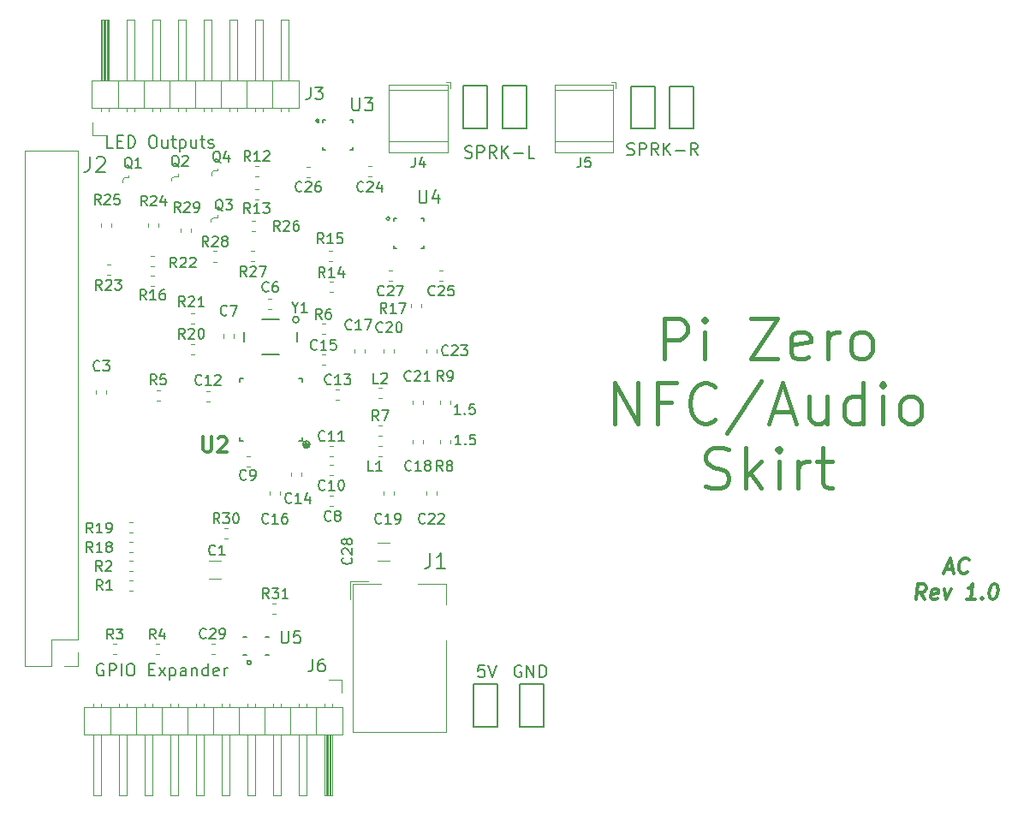
<source format=gbr>
G04 #@! TF.GenerationSoftware,KiCad,Pcbnew,(5.1.0)-1*
G04 #@! TF.CreationDate,2020-01-21T12:08:37-05:00*
G04 #@! TF.ProjectId,RasPi_NFC_Audio_KiCAD,52617350-695f-44e4-9643-5f417564696f,rev?*
G04 #@! TF.SameCoordinates,Original*
G04 #@! TF.FileFunction,Legend,Top*
G04 #@! TF.FilePolarity,Positive*
%FSLAX46Y46*%
G04 Gerber Fmt 4.6, Leading zero omitted, Abs format (unit mm)*
G04 Created by KiCad (PCBNEW (5.1.0)-1) date 2020-01-21 12:08:37*
%MOMM*%
%LPD*%
G04 APERTURE LIST*
%ADD10C,0.200000*%
%ADD11C,0.150000*%
%ADD12C,0.300000*%
%ADD13C,0.400000*%
%ADD14C,0.127000*%
%ADD15C,0.100000*%
%ADD16C,0.120000*%
%ADD17C,0.304800*%
%ADD18C,0.203200*%
%ADD19C,0.152400*%
G04 APERTURE END LIST*
D10*
X117974457Y-54988057D02*
X117403028Y-54988057D01*
X117403028Y-53788057D01*
X118374457Y-54359485D02*
X118774457Y-54359485D01*
X118945885Y-54988057D02*
X118374457Y-54988057D01*
X118374457Y-53788057D01*
X118945885Y-53788057D01*
X119460171Y-54988057D02*
X119460171Y-53788057D01*
X119745885Y-53788057D01*
X119917314Y-53845200D01*
X120031600Y-53959485D01*
X120088742Y-54073771D01*
X120145885Y-54302342D01*
X120145885Y-54473771D01*
X120088742Y-54702342D01*
X120031600Y-54816628D01*
X119917314Y-54930914D01*
X119745885Y-54988057D01*
X119460171Y-54988057D01*
X121803028Y-53788057D02*
X122031600Y-53788057D01*
X122145885Y-53845200D01*
X122260171Y-53959485D01*
X122317314Y-54188057D01*
X122317314Y-54588057D01*
X122260171Y-54816628D01*
X122145885Y-54930914D01*
X122031600Y-54988057D01*
X121803028Y-54988057D01*
X121688742Y-54930914D01*
X121574457Y-54816628D01*
X121517314Y-54588057D01*
X121517314Y-54188057D01*
X121574457Y-53959485D01*
X121688742Y-53845200D01*
X121803028Y-53788057D01*
X123345885Y-54188057D02*
X123345885Y-54988057D01*
X122831600Y-54188057D02*
X122831600Y-54816628D01*
X122888742Y-54930914D01*
X123003028Y-54988057D01*
X123174457Y-54988057D01*
X123288742Y-54930914D01*
X123345885Y-54873771D01*
X123745885Y-54188057D02*
X124203028Y-54188057D01*
X123917314Y-53788057D02*
X123917314Y-54816628D01*
X123974457Y-54930914D01*
X124088742Y-54988057D01*
X124203028Y-54988057D01*
X124603028Y-54188057D02*
X124603028Y-55388057D01*
X124603028Y-54245200D02*
X124717314Y-54188057D01*
X124945885Y-54188057D01*
X125060171Y-54245200D01*
X125117314Y-54302342D01*
X125174457Y-54416628D01*
X125174457Y-54759485D01*
X125117314Y-54873771D01*
X125060171Y-54930914D01*
X124945885Y-54988057D01*
X124717314Y-54988057D01*
X124603028Y-54930914D01*
X126203028Y-54188057D02*
X126203028Y-54988057D01*
X125688742Y-54188057D02*
X125688742Y-54816628D01*
X125745885Y-54930914D01*
X125860171Y-54988057D01*
X126031600Y-54988057D01*
X126145885Y-54930914D01*
X126203028Y-54873771D01*
X126603028Y-54188057D02*
X127060171Y-54188057D01*
X126774457Y-53788057D02*
X126774457Y-54816628D01*
X126831600Y-54930914D01*
X126945885Y-54988057D01*
X127060171Y-54988057D01*
X127403028Y-54930914D02*
X127517314Y-54988057D01*
X127745885Y-54988057D01*
X127860171Y-54930914D01*
X127917314Y-54816628D01*
X127917314Y-54759485D01*
X127860171Y-54645200D01*
X127745885Y-54588057D01*
X127574457Y-54588057D01*
X127460171Y-54530914D01*
X127403028Y-54416628D01*
X127403028Y-54359485D01*
X127460171Y-54245200D01*
X127574457Y-54188057D01*
X127745885Y-54188057D01*
X127860171Y-54245200D01*
X117015742Y-106067600D02*
X116901457Y-106010457D01*
X116730028Y-106010457D01*
X116558600Y-106067600D01*
X116444314Y-106181885D01*
X116387171Y-106296171D01*
X116330028Y-106524742D01*
X116330028Y-106696171D01*
X116387171Y-106924742D01*
X116444314Y-107039028D01*
X116558600Y-107153314D01*
X116730028Y-107210457D01*
X116844314Y-107210457D01*
X117015742Y-107153314D01*
X117072885Y-107096171D01*
X117072885Y-106696171D01*
X116844314Y-106696171D01*
X117587171Y-107210457D02*
X117587171Y-106010457D01*
X118044314Y-106010457D01*
X118158600Y-106067600D01*
X118215742Y-106124742D01*
X118272885Y-106239028D01*
X118272885Y-106410457D01*
X118215742Y-106524742D01*
X118158600Y-106581885D01*
X118044314Y-106639028D01*
X117587171Y-106639028D01*
X118787171Y-107210457D02*
X118787171Y-106010457D01*
X119587171Y-106010457D02*
X119815742Y-106010457D01*
X119930028Y-106067600D01*
X120044314Y-106181885D01*
X120101457Y-106410457D01*
X120101457Y-106810457D01*
X120044314Y-107039028D01*
X119930028Y-107153314D01*
X119815742Y-107210457D01*
X119587171Y-107210457D01*
X119472885Y-107153314D01*
X119358600Y-107039028D01*
X119301457Y-106810457D01*
X119301457Y-106410457D01*
X119358600Y-106181885D01*
X119472885Y-106067600D01*
X119587171Y-106010457D01*
X121530028Y-106581885D02*
X121930028Y-106581885D01*
X122101457Y-107210457D02*
X121530028Y-107210457D01*
X121530028Y-106010457D01*
X122101457Y-106010457D01*
X122501457Y-107210457D02*
X123130028Y-106410457D01*
X122501457Y-106410457D02*
X123130028Y-107210457D01*
X123587171Y-106410457D02*
X123587171Y-107610457D01*
X123587171Y-106467600D02*
X123701457Y-106410457D01*
X123930028Y-106410457D01*
X124044314Y-106467600D01*
X124101457Y-106524742D01*
X124158600Y-106639028D01*
X124158600Y-106981885D01*
X124101457Y-107096171D01*
X124044314Y-107153314D01*
X123930028Y-107210457D01*
X123701457Y-107210457D01*
X123587171Y-107153314D01*
X125187171Y-107210457D02*
X125187171Y-106581885D01*
X125130028Y-106467600D01*
X125015742Y-106410457D01*
X124787171Y-106410457D01*
X124672885Y-106467600D01*
X125187171Y-107153314D02*
X125072885Y-107210457D01*
X124787171Y-107210457D01*
X124672885Y-107153314D01*
X124615742Y-107039028D01*
X124615742Y-106924742D01*
X124672885Y-106810457D01*
X124787171Y-106753314D01*
X125072885Y-106753314D01*
X125187171Y-106696171D01*
X125758600Y-106410457D02*
X125758600Y-107210457D01*
X125758600Y-106524742D02*
X125815742Y-106467600D01*
X125930028Y-106410457D01*
X126101457Y-106410457D01*
X126215742Y-106467600D01*
X126272885Y-106581885D01*
X126272885Y-107210457D01*
X127358600Y-107210457D02*
X127358600Y-106010457D01*
X127358600Y-107153314D02*
X127244314Y-107210457D01*
X127015742Y-107210457D01*
X126901457Y-107153314D01*
X126844314Y-107096171D01*
X126787171Y-106981885D01*
X126787171Y-106639028D01*
X126844314Y-106524742D01*
X126901457Y-106467600D01*
X127015742Y-106410457D01*
X127244314Y-106410457D01*
X127358600Y-106467600D01*
X128387171Y-107153314D02*
X128272885Y-107210457D01*
X128044314Y-107210457D01*
X127930028Y-107153314D01*
X127872885Y-107039028D01*
X127872885Y-106581885D01*
X127930028Y-106467600D01*
X128044314Y-106410457D01*
X128272885Y-106410457D01*
X128387171Y-106467600D01*
X128444314Y-106581885D01*
X128444314Y-106696171D01*
X127872885Y-106810457D01*
X128958600Y-107210457D02*
X128958600Y-106410457D01*
X128958600Y-106639028D02*
X129015742Y-106524742D01*
X129072885Y-106467600D01*
X129187171Y-106410457D01*
X129301457Y-106410457D01*
D11*
X131629454Y-105905600D02*
G75*
G03X131629454Y-105905600I-209454J0D01*
G01*
X136356981Y-71996600D02*
G75*
G03X136356981Y-71996600I-314181J0D01*
G01*
X137437981Y-84341000D02*
G75*
G03X137437981Y-84341000I-353781J0D01*
G01*
D12*
X200288957Y-96676400D02*
X201003242Y-96676400D01*
X200092528Y-97104971D02*
X200780028Y-95604971D01*
X201092528Y-97104971D01*
X202467528Y-96962114D02*
X202387171Y-97033542D01*
X202163957Y-97104971D01*
X202021100Y-97104971D01*
X201815742Y-97033542D01*
X201690742Y-96890685D01*
X201637171Y-96747828D01*
X201601457Y-96462114D01*
X201628242Y-96247828D01*
X201735385Y-95962114D01*
X201824671Y-95819257D01*
X201985385Y-95676400D01*
X202208600Y-95604971D01*
X202351457Y-95604971D01*
X202556814Y-95676400D01*
X202619314Y-95747828D01*
X198235385Y-99654971D02*
X197824671Y-98940685D01*
X197378242Y-99654971D02*
X197565742Y-98154971D01*
X198137171Y-98154971D01*
X198271100Y-98226400D01*
X198333600Y-98297828D01*
X198387171Y-98440685D01*
X198360385Y-98654971D01*
X198271100Y-98797828D01*
X198190742Y-98869257D01*
X198038957Y-98940685D01*
X197467528Y-98940685D01*
X199458600Y-99583542D02*
X199306814Y-99654971D01*
X199021100Y-99654971D01*
X198887171Y-99583542D01*
X198833600Y-99440685D01*
X198905028Y-98869257D01*
X198994314Y-98726400D01*
X199146100Y-98654971D01*
X199431814Y-98654971D01*
X199565742Y-98726400D01*
X199619314Y-98869257D01*
X199601457Y-99012114D01*
X198869314Y-99154971D01*
X200146100Y-98654971D02*
X200378242Y-99654971D01*
X200860385Y-98654971D01*
X203235385Y-99654971D02*
X202378242Y-99654971D01*
X202806814Y-99654971D02*
X202994314Y-98154971D01*
X202824671Y-98369257D01*
X202663957Y-98512114D01*
X202512171Y-98583542D01*
X203896100Y-99512114D02*
X203958600Y-99583542D01*
X203878242Y-99654971D01*
X203815742Y-99583542D01*
X203896100Y-99512114D01*
X203878242Y-99654971D01*
X205065742Y-98154971D02*
X205208600Y-98154971D01*
X205342528Y-98226400D01*
X205405028Y-98297828D01*
X205458600Y-98440685D01*
X205494314Y-98726400D01*
X205449671Y-99083542D01*
X205342528Y-99369257D01*
X205253242Y-99512114D01*
X205172885Y-99583542D01*
X205021100Y-99654971D01*
X204878242Y-99654971D01*
X204744314Y-99583542D01*
X204681814Y-99512114D01*
X204628242Y-99369257D01*
X204592528Y-99083542D01*
X204637171Y-98726400D01*
X204744314Y-98440685D01*
X204833600Y-98297828D01*
X204913957Y-98226400D01*
X205065742Y-98154971D01*
D13*
X172461323Y-75864323D02*
X172461323Y-71864323D01*
X173985133Y-71864323D01*
X174366085Y-72054800D01*
X174556561Y-72245276D01*
X174747038Y-72626228D01*
X174747038Y-73197657D01*
X174556561Y-73578609D01*
X174366085Y-73769085D01*
X173985133Y-73959561D01*
X172461323Y-73959561D01*
X176461323Y-75864323D02*
X176461323Y-73197657D01*
X176461323Y-71864323D02*
X176270847Y-72054800D01*
X176461323Y-72245276D01*
X176651800Y-72054800D01*
X176461323Y-71864323D01*
X176461323Y-72245276D01*
X181032752Y-71864323D02*
X183699419Y-71864323D01*
X181032752Y-75864323D01*
X183699419Y-75864323D01*
X186747038Y-75673847D02*
X186366085Y-75864323D01*
X185604180Y-75864323D01*
X185223228Y-75673847D01*
X185032752Y-75292895D01*
X185032752Y-73769085D01*
X185223228Y-73388133D01*
X185604180Y-73197657D01*
X186366085Y-73197657D01*
X186747038Y-73388133D01*
X186937514Y-73769085D01*
X186937514Y-74150038D01*
X185032752Y-74530990D01*
X188651800Y-75864323D02*
X188651800Y-73197657D01*
X188651800Y-73959561D02*
X188842276Y-73578609D01*
X189032752Y-73388133D01*
X189413704Y-73197657D01*
X189794657Y-73197657D01*
X191699419Y-75864323D02*
X191318466Y-75673847D01*
X191127990Y-75483371D01*
X190937514Y-75102419D01*
X190937514Y-73959561D01*
X191127990Y-73578609D01*
X191318466Y-73388133D01*
X191699419Y-73197657D01*
X192270847Y-73197657D01*
X192651800Y-73388133D01*
X192842276Y-73578609D01*
X193032752Y-73959561D01*
X193032752Y-75102419D01*
X192842276Y-75483371D01*
X192651800Y-75673847D01*
X192270847Y-75864323D01*
X191699419Y-75864323D01*
X167604180Y-82264323D02*
X167604180Y-78264323D01*
X169889895Y-82264323D01*
X169889895Y-78264323D01*
X173127990Y-80169085D02*
X171794657Y-80169085D01*
X171794657Y-82264323D02*
X171794657Y-78264323D01*
X173699419Y-78264323D01*
X177508942Y-81883371D02*
X177318466Y-82073847D01*
X176747038Y-82264323D01*
X176366085Y-82264323D01*
X175794657Y-82073847D01*
X175413704Y-81692895D01*
X175223228Y-81311942D01*
X175032752Y-80550038D01*
X175032752Y-79978609D01*
X175223228Y-79216704D01*
X175413704Y-78835752D01*
X175794657Y-78454800D01*
X176366085Y-78264323D01*
X176747038Y-78264323D01*
X177318466Y-78454800D01*
X177508942Y-78645276D01*
X182080371Y-78073847D02*
X178651800Y-83216704D01*
X183223228Y-81121466D02*
X185127990Y-81121466D01*
X182842276Y-82264323D02*
X184175609Y-78264323D01*
X185508942Y-82264323D01*
X188556561Y-79597657D02*
X188556561Y-82264323D01*
X186842276Y-79597657D02*
X186842276Y-81692895D01*
X187032752Y-82073847D01*
X187413704Y-82264323D01*
X187985133Y-82264323D01*
X188366085Y-82073847D01*
X188556561Y-81883371D01*
X192175609Y-82264323D02*
X192175609Y-78264323D01*
X192175609Y-82073847D02*
X191794657Y-82264323D01*
X191032752Y-82264323D01*
X190651800Y-82073847D01*
X190461323Y-81883371D01*
X190270847Y-81502419D01*
X190270847Y-80359561D01*
X190461323Y-79978609D01*
X190651800Y-79788133D01*
X191032752Y-79597657D01*
X191794657Y-79597657D01*
X192175609Y-79788133D01*
X194080371Y-82264323D02*
X194080371Y-79597657D01*
X194080371Y-78264323D02*
X193889895Y-78454800D01*
X194080371Y-78645276D01*
X194270847Y-78454800D01*
X194080371Y-78264323D01*
X194080371Y-78645276D01*
X196556561Y-82264323D02*
X196175609Y-82073847D01*
X195985133Y-81883371D01*
X195794657Y-81502419D01*
X195794657Y-80359561D01*
X195985133Y-79978609D01*
X196175609Y-79788133D01*
X196556561Y-79597657D01*
X197127990Y-79597657D01*
X197508942Y-79788133D01*
X197699419Y-79978609D01*
X197889895Y-80359561D01*
X197889895Y-81502419D01*
X197699419Y-81883371D01*
X197508942Y-82073847D01*
X197127990Y-82264323D01*
X196556561Y-82264323D01*
X176556561Y-88473847D02*
X177127990Y-88664323D01*
X178080371Y-88664323D01*
X178461323Y-88473847D01*
X178651800Y-88283371D01*
X178842276Y-87902419D01*
X178842276Y-87521466D01*
X178651800Y-87140514D01*
X178461323Y-86950038D01*
X178080371Y-86759561D01*
X177318466Y-86569085D01*
X176937514Y-86378609D01*
X176747038Y-86188133D01*
X176556561Y-85807180D01*
X176556561Y-85426228D01*
X176747038Y-85045276D01*
X176937514Y-84854800D01*
X177318466Y-84664323D01*
X178270847Y-84664323D01*
X178842276Y-84854800D01*
X180556561Y-88664323D02*
X180556561Y-84664323D01*
X180937514Y-87140514D02*
X182080371Y-88664323D01*
X182080371Y-85997657D02*
X180556561Y-87521466D01*
X183794657Y-88664323D02*
X183794657Y-85997657D01*
X183794657Y-84664323D02*
X183604180Y-84854800D01*
X183794657Y-85045276D01*
X183985133Y-84854800D01*
X183794657Y-84664323D01*
X183794657Y-85045276D01*
X185699419Y-88664323D02*
X185699419Y-85997657D01*
X185699419Y-86759561D02*
X185889895Y-86378609D01*
X186080371Y-86188133D01*
X186461323Y-85997657D01*
X186842276Y-85997657D01*
X187604180Y-85997657D02*
X189127990Y-85997657D01*
X188175609Y-84664323D02*
X188175609Y-88092895D01*
X188366085Y-88473847D01*
X188747038Y-88664323D01*
X189127990Y-88664323D01*
D10*
X158318714Y-106220000D02*
X158204428Y-106162857D01*
X158033000Y-106162857D01*
X157861571Y-106220000D01*
X157747285Y-106334285D01*
X157690142Y-106448571D01*
X157633000Y-106677142D01*
X157633000Y-106848571D01*
X157690142Y-107077142D01*
X157747285Y-107191428D01*
X157861571Y-107305714D01*
X158033000Y-107362857D01*
X158147285Y-107362857D01*
X158318714Y-107305714D01*
X158375857Y-107248571D01*
X158375857Y-106848571D01*
X158147285Y-106848571D01*
X158890142Y-107362857D02*
X158890142Y-106162857D01*
X159575857Y-107362857D01*
X159575857Y-106162857D01*
X160147285Y-107362857D02*
X160147285Y-106162857D01*
X160433000Y-106162857D01*
X160604428Y-106220000D01*
X160718714Y-106334285D01*
X160775857Y-106448571D01*
X160833000Y-106677142D01*
X160833000Y-106848571D01*
X160775857Y-107077142D01*
X160718714Y-107191428D01*
X160604428Y-107305714D01*
X160433000Y-107362857D01*
X160147285Y-107362857D01*
X154686428Y-106162857D02*
X154115000Y-106162857D01*
X154057857Y-106734285D01*
X154115000Y-106677142D01*
X154229285Y-106620000D01*
X154515000Y-106620000D01*
X154629285Y-106677142D01*
X154686428Y-106734285D01*
X154743571Y-106848571D01*
X154743571Y-107134285D01*
X154686428Y-107248571D01*
X154629285Y-107305714D01*
X154515000Y-107362857D01*
X154229285Y-107362857D01*
X154115000Y-107305714D01*
X154057857Y-107248571D01*
X155086428Y-106162857D02*
X155486428Y-107362857D01*
X155886428Y-106162857D01*
D11*
X145315605Y-61989000D02*
G75*
G03X145315605Y-61989000I-179605J0D01*
G01*
X138330605Y-52337000D02*
G75*
G03X138330605Y-52337000I-179605J0D01*
G01*
D10*
X168802885Y-55667514D02*
X168974314Y-55724657D01*
X169260028Y-55724657D01*
X169374314Y-55667514D01*
X169431457Y-55610371D01*
X169488600Y-55496085D01*
X169488600Y-55381800D01*
X169431457Y-55267514D01*
X169374314Y-55210371D01*
X169260028Y-55153228D01*
X169031457Y-55096085D01*
X168917171Y-55038942D01*
X168860028Y-54981800D01*
X168802885Y-54867514D01*
X168802885Y-54753228D01*
X168860028Y-54638942D01*
X168917171Y-54581800D01*
X169031457Y-54524657D01*
X169317171Y-54524657D01*
X169488600Y-54581800D01*
X170002885Y-55724657D02*
X170002885Y-54524657D01*
X170460028Y-54524657D01*
X170574314Y-54581800D01*
X170631457Y-54638942D01*
X170688600Y-54753228D01*
X170688600Y-54924657D01*
X170631457Y-55038942D01*
X170574314Y-55096085D01*
X170460028Y-55153228D01*
X170002885Y-55153228D01*
X171888600Y-55724657D02*
X171488600Y-55153228D01*
X171202885Y-55724657D02*
X171202885Y-54524657D01*
X171660028Y-54524657D01*
X171774314Y-54581800D01*
X171831457Y-54638942D01*
X171888600Y-54753228D01*
X171888600Y-54924657D01*
X171831457Y-55038942D01*
X171774314Y-55096085D01*
X171660028Y-55153228D01*
X171202885Y-55153228D01*
X172402885Y-55724657D02*
X172402885Y-54524657D01*
X173088600Y-55724657D02*
X172574314Y-55038942D01*
X173088600Y-54524657D02*
X172402885Y-55210371D01*
X173602885Y-55267514D02*
X174517171Y-55267514D01*
X175774314Y-55724657D02*
X175374314Y-55153228D01*
X175088600Y-55724657D02*
X175088600Y-54524657D01*
X175545742Y-54524657D01*
X175660028Y-54581800D01*
X175717171Y-54638942D01*
X175774314Y-54753228D01*
X175774314Y-54924657D01*
X175717171Y-55038942D01*
X175660028Y-55096085D01*
X175545742Y-55153228D01*
X175088600Y-55153228D01*
X152788171Y-55946914D02*
X152959600Y-56004057D01*
X153245314Y-56004057D01*
X153359600Y-55946914D01*
X153416742Y-55889771D01*
X153473885Y-55775485D01*
X153473885Y-55661200D01*
X153416742Y-55546914D01*
X153359600Y-55489771D01*
X153245314Y-55432628D01*
X153016742Y-55375485D01*
X152902457Y-55318342D01*
X152845314Y-55261200D01*
X152788171Y-55146914D01*
X152788171Y-55032628D01*
X152845314Y-54918342D01*
X152902457Y-54861200D01*
X153016742Y-54804057D01*
X153302457Y-54804057D01*
X153473885Y-54861200D01*
X153988171Y-56004057D02*
X153988171Y-54804057D01*
X154445314Y-54804057D01*
X154559600Y-54861200D01*
X154616742Y-54918342D01*
X154673885Y-55032628D01*
X154673885Y-55204057D01*
X154616742Y-55318342D01*
X154559600Y-55375485D01*
X154445314Y-55432628D01*
X153988171Y-55432628D01*
X155873885Y-56004057D02*
X155473885Y-55432628D01*
X155188171Y-56004057D02*
X155188171Y-54804057D01*
X155645314Y-54804057D01*
X155759600Y-54861200D01*
X155816742Y-54918342D01*
X155873885Y-55032628D01*
X155873885Y-55204057D01*
X155816742Y-55318342D01*
X155759600Y-55375485D01*
X155645314Y-55432628D01*
X155188171Y-55432628D01*
X156388171Y-56004057D02*
X156388171Y-54804057D01*
X157073885Y-56004057D02*
X156559600Y-55318342D01*
X157073885Y-54804057D02*
X156388171Y-55489771D01*
X157588171Y-55546914D02*
X158502457Y-55546914D01*
X159645314Y-56004057D02*
X159073885Y-56004057D01*
X159073885Y-54804057D01*
D14*
X130805800Y-105154600D02*
X131155800Y-105154600D01*
X133405800Y-105154600D02*
X133055800Y-105154600D01*
X130805800Y-103354600D02*
X131155800Y-103354600D01*
X133405800Y-103354600D02*
X133055800Y-103354600D01*
D15*
X131535800Y-105909600D02*
G75*
G03X131535800Y-105909600I-50000J0D01*
G01*
D16*
X151310200Y-79990133D02*
X151310200Y-80332667D01*
X150290200Y-79990133D02*
X150290200Y-80332667D01*
X127450836Y-97620800D02*
X128654964Y-97620800D01*
X127450836Y-95800800D02*
X128654964Y-95800800D01*
X116305000Y-79291267D02*
X116305000Y-78948733D01*
X117325000Y-79291267D02*
X117325000Y-78948733D01*
X133648667Y-69886400D02*
X133306133Y-69886400D01*
X133648667Y-70906400D02*
X133306133Y-70906400D01*
X128878000Y-73782067D02*
X128878000Y-73439533D01*
X129898000Y-73782067D02*
X129898000Y-73439533D01*
X139376733Y-90439000D02*
X139719267Y-90439000D01*
X139376733Y-89419000D02*
X139719267Y-89419000D01*
X131478267Y-86502000D02*
X131135733Y-86502000D01*
X131478267Y-85482000D02*
X131135733Y-85482000D01*
X139376733Y-86371000D02*
X139719267Y-86371000D01*
X139376733Y-87391000D02*
X139719267Y-87391000D01*
X139390733Y-85486000D02*
X139733267Y-85486000D01*
X139390733Y-84466000D02*
X139733267Y-84466000D01*
X127538667Y-79106600D02*
X127196133Y-79106600D01*
X127538667Y-80126600D02*
X127196133Y-80126600D01*
X140011733Y-78878000D02*
X140354267Y-78878000D01*
X140011733Y-79898000D02*
X140354267Y-79898000D01*
X135609000Y-87090733D02*
X135609000Y-87433267D01*
X136629000Y-87090733D02*
X136629000Y-87433267D01*
X138600733Y-75449000D02*
X138943267Y-75449000D01*
X138600733Y-76469000D02*
X138943267Y-76469000D01*
X134470000Y-89009733D02*
X134470000Y-89352267D01*
X133450000Y-89009733D02*
X133450000Y-89352267D01*
X142852000Y-74898733D02*
X142852000Y-75241267D01*
X141832000Y-74898733D02*
X141832000Y-75241267D01*
X148617800Y-83901733D02*
X148617800Y-84244267D01*
X147597800Y-83901733D02*
X147597800Y-84244267D01*
X144753000Y-88995733D02*
X144753000Y-89338267D01*
X145773000Y-88995733D02*
X145773000Y-89338267D01*
X145773000Y-74912733D02*
X145773000Y-75255267D01*
X144753000Y-74912733D02*
X144753000Y-75255267D01*
X147597800Y-79978733D02*
X147597800Y-80321267D01*
X148617800Y-79978733D02*
X148617800Y-80321267D01*
X148944000Y-89009733D02*
X148944000Y-89352267D01*
X149964000Y-89009733D02*
X149964000Y-89352267D01*
X149964000Y-74912733D02*
X149964000Y-75255267D01*
X148944000Y-74912733D02*
X148944000Y-75255267D01*
X143175333Y-57850800D02*
X143517867Y-57850800D01*
X143175333Y-56830800D02*
X143517867Y-56830800D01*
X150208533Y-68137800D02*
X150551067Y-68137800D01*
X150208533Y-67117800D02*
X150551067Y-67117800D01*
X137433267Y-57876200D02*
X137090733Y-57876200D01*
X137433267Y-56856200D02*
X137090733Y-56856200D01*
X145575267Y-67117800D02*
X145232733Y-67117800D01*
X145575267Y-68137800D02*
X145232733Y-68137800D01*
X150879000Y-103746000D02*
X150879000Y-112746000D01*
X150879000Y-112746000D02*
X141679000Y-112746000D01*
X141679000Y-112746000D02*
X141679000Y-98146000D01*
X141679000Y-98146000D02*
X144479000Y-98146000D01*
X148079000Y-98146000D02*
X150879000Y-98146000D01*
X150879000Y-98146000D02*
X150879000Y-100146000D01*
X141439000Y-99646000D02*
X141439000Y-97906000D01*
X141439000Y-97906000D02*
X143179000Y-97906000D01*
X151288600Y-48498400D02*
X150888600Y-48498400D01*
X151288600Y-49138400D02*
X151288600Y-48498400D01*
X145268600Y-55478400D02*
X145268600Y-48738400D01*
X151048600Y-55478400D02*
X151048600Y-48738400D01*
X151048600Y-48738400D02*
X145268600Y-48738400D01*
X151048600Y-55478400D02*
X145268600Y-55478400D01*
X151048600Y-54358400D02*
X145268600Y-54358400D01*
X151048600Y-49258400D02*
X145268600Y-49258400D01*
X167431600Y-49258400D02*
X161651600Y-49258400D01*
X167431600Y-54358400D02*
X161651600Y-54358400D01*
X167431600Y-55478400D02*
X161651600Y-55478400D01*
X167431600Y-48738400D02*
X161651600Y-48738400D01*
X167431600Y-55478400D02*
X167431600Y-48738400D01*
X161651600Y-55478400D02*
X161651600Y-48738400D01*
X167671600Y-49138400D02*
X167671600Y-48498400D01*
X167671600Y-48498400D02*
X167271600Y-48498400D01*
X144216733Y-85486000D02*
X144559267Y-85486000D01*
X144216733Y-84466000D02*
X144559267Y-84466000D01*
X144216733Y-78751000D02*
X144559267Y-78751000D01*
X144216733Y-79771000D02*
X144559267Y-79771000D01*
X119944067Y-97750200D02*
X119601533Y-97750200D01*
X119944067Y-98770200D02*
X119601533Y-98770200D01*
X119944067Y-96865200D02*
X119601533Y-96865200D01*
X119944067Y-95845200D02*
X119601533Y-95845200D01*
X117975933Y-105069400D02*
X118318467Y-105069400D01*
X117975933Y-104049400D02*
X118318467Y-104049400D01*
X122166933Y-104049400D02*
X122509467Y-104049400D01*
X122166933Y-105069400D02*
X122509467Y-105069400D01*
X122585667Y-78979600D02*
X122243133Y-78979600D01*
X122585667Y-79999600D02*
X122243133Y-79999600D01*
X138600733Y-73421000D02*
X138943267Y-73421000D01*
X138600733Y-72401000D02*
X138943267Y-72401000D01*
X144216733Y-83454000D02*
X144559267Y-83454000D01*
X144216733Y-82434000D02*
X144559267Y-82434000D01*
X151310200Y-83927133D02*
X151310200Y-84269667D01*
X150290200Y-83927133D02*
X150290200Y-84269667D01*
X132010733Y-56780000D02*
X132353267Y-56780000D01*
X132010733Y-57800000D02*
X132353267Y-57800000D01*
X132339267Y-59066000D02*
X131996733Y-59066000D01*
X132339267Y-60086000D02*
X131996733Y-60086000D01*
X139390733Y-68260800D02*
X139733267Y-68260800D01*
X139390733Y-69280800D02*
X139733267Y-69280800D01*
X139606267Y-65162000D02*
X139263733Y-65162000D01*
X139606267Y-66182000D02*
X139263733Y-66182000D01*
X122052267Y-68658500D02*
X121709733Y-68658500D01*
X122052267Y-67638500D02*
X121709733Y-67638500D01*
X148440000Y-70782267D02*
X148440000Y-70439733D01*
X147420000Y-70782267D02*
X147420000Y-70439733D01*
X119604133Y-94985600D02*
X119946667Y-94985600D01*
X119604133Y-93965600D02*
X119946667Y-93965600D01*
X119604133Y-92060600D02*
X119946667Y-92060600D01*
X119604133Y-93080600D02*
X119946667Y-93080600D01*
X125646733Y-74433000D02*
X125989267Y-74433000D01*
X125646733Y-75453000D02*
X125989267Y-75453000D01*
X126017267Y-72405000D02*
X125674733Y-72405000D01*
X126017267Y-71385000D02*
X125674733Y-71385000D01*
D17*
X137221400Y-84352000D02*
G75*
G03X137221400Y-84352000I-127000J0D01*
G01*
D18*
X130839400Y-77835000D02*
X130527400Y-77835000D01*
X130527400Y-77835000D02*
X130527400Y-78147000D01*
X136681400Y-83989000D02*
X136369400Y-83989000D01*
X136681400Y-78147000D02*
X136681400Y-77835000D01*
X136681400Y-77835000D02*
X136369400Y-77835000D01*
X130527400Y-83677000D02*
X130527400Y-83989000D01*
X136681400Y-83989000D02*
X136681400Y-83677000D01*
X130839400Y-83989000D02*
X130527400Y-83989000D01*
D19*
X141707000Y-52489400D02*
X141707000Y-52235400D01*
X141453000Y-55232600D02*
X141707000Y-55232600D01*
X138709800Y-54978600D02*
X138709800Y-55232600D01*
X138963800Y-52235400D02*
X138709800Y-52235400D01*
X138709800Y-55232600D02*
X138963800Y-55232600D01*
X141707000Y-55232600D02*
X141707000Y-54978600D01*
X141707000Y-52235400D02*
X141453000Y-52235400D01*
X138709800Y-52235400D02*
X138709800Y-52489400D01*
X145694800Y-61938200D02*
X145694800Y-62192200D01*
X148692000Y-61938200D02*
X148438000Y-61938200D01*
X148692000Y-64935400D02*
X148692000Y-64681400D01*
X145694800Y-64935400D02*
X145948800Y-64935400D01*
X145948800Y-61938200D02*
X145694800Y-61938200D01*
X145694800Y-64681400D02*
X145694800Y-64935400D01*
X148438000Y-64935400D02*
X148692000Y-64935400D01*
X148692000Y-62192200D02*
X148692000Y-61938200D01*
D14*
X136176000Y-74121600D02*
X136176000Y-73251600D01*
X134406000Y-71946600D02*
X132666000Y-71946600D01*
X130896000Y-74121600D02*
X130896000Y-73251600D01*
X134406000Y-75426600D02*
X132666000Y-75426600D01*
D11*
X158160000Y-108022000D02*
X160560000Y-108022000D01*
X158160000Y-112222000D02*
X158160000Y-108022000D01*
X160560000Y-112222000D02*
X158160000Y-112222000D01*
X160560000Y-108022000D02*
X160560000Y-112222000D01*
X155988000Y-108022000D02*
X155988000Y-112222000D01*
X155988000Y-112222000D02*
X153588000Y-112222000D01*
X153588000Y-112222000D02*
X153588000Y-108022000D01*
X153588000Y-108022000D02*
X155988000Y-108022000D01*
X152572000Y-48865400D02*
X154972000Y-48865400D01*
X152572000Y-53065400D02*
X152572000Y-48865400D01*
X154972000Y-53065400D02*
X152572000Y-53065400D01*
X154972000Y-48865400D02*
X154972000Y-53065400D01*
X158858200Y-48865400D02*
X158858200Y-53065400D01*
X158858200Y-53065400D02*
X156458200Y-53065400D01*
X156458200Y-53065400D02*
X156458200Y-48865400D01*
X156458200Y-48865400D02*
X158858200Y-48865400D01*
X171558200Y-48890800D02*
X171558200Y-53090800D01*
X171558200Y-53090800D02*
X169158200Y-53090800D01*
X169158200Y-53090800D02*
X169158200Y-48890800D01*
X169158200Y-48890800D02*
X171558200Y-48890800D01*
X172968200Y-48890800D02*
X175368200Y-48890800D01*
X172968200Y-53090800D02*
X172968200Y-48890800D01*
X175368200Y-53090800D02*
X172968200Y-53090800D01*
X175368200Y-48890800D02*
X175368200Y-53090800D01*
D16*
X114462000Y-55299600D02*
X109262000Y-55299600D01*
X114462000Y-103619600D02*
X114462000Y-55299600D01*
X109262000Y-106219600D02*
X109262000Y-55299600D01*
X114462000Y-103619600D02*
X111862000Y-103619600D01*
X111862000Y-103619600D02*
X111862000Y-106219600D01*
X111862000Y-106219600D02*
X109262000Y-106219600D01*
X114462000Y-104889600D02*
X114462000Y-106219600D01*
X114462000Y-106219600D02*
X113132000Y-106219600D01*
X145291964Y-95842800D02*
X144087836Y-95842800D01*
X145291964Y-94022800D02*
X144087836Y-94022800D01*
X115866000Y-51024000D02*
X136306000Y-51024000D01*
X136306000Y-51024000D02*
X136306000Y-48364000D01*
X136306000Y-48364000D02*
X115866000Y-48364000D01*
X115866000Y-48364000D02*
X115866000Y-51024000D01*
X116816000Y-48364000D02*
X116816000Y-42364000D01*
X116816000Y-42364000D02*
X117576000Y-42364000D01*
X117576000Y-42364000D02*
X117576000Y-48364000D01*
X116876000Y-48364000D02*
X116876000Y-42364000D01*
X116996000Y-48364000D02*
X116996000Y-42364000D01*
X117116000Y-48364000D02*
X117116000Y-42364000D01*
X117236000Y-48364000D02*
X117236000Y-42364000D01*
X117356000Y-48364000D02*
X117356000Y-42364000D01*
X117476000Y-48364000D02*
X117476000Y-42364000D01*
X116816000Y-51354000D02*
X116816000Y-51024000D01*
X117576000Y-51354000D02*
X117576000Y-51024000D01*
X118466000Y-51024000D02*
X118466000Y-48364000D01*
X119356000Y-48364000D02*
X119356000Y-42364000D01*
X119356000Y-42364000D02*
X120116000Y-42364000D01*
X120116000Y-42364000D02*
X120116000Y-48364000D01*
X119356000Y-51421071D02*
X119356000Y-51024000D01*
X120116000Y-51421071D02*
X120116000Y-51024000D01*
X121006000Y-51024000D02*
X121006000Y-48364000D01*
X121896000Y-48364000D02*
X121896000Y-42364000D01*
X121896000Y-42364000D02*
X122656000Y-42364000D01*
X122656000Y-42364000D02*
X122656000Y-48364000D01*
X121896000Y-51421071D02*
X121896000Y-51024000D01*
X122656000Y-51421071D02*
X122656000Y-51024000D01*
X123546000Y-51024000D02*
X123546000Y-48364000D01*
X124436000Y-48364000D02*
X124436000Y-42364000D01*
X124436000Y-42364000D02*
X125196000Y-42364000D01*
X125196000Y-42364000D02*
X125196000Y-48364000D01*
X124436000Y-51421071D02*
X124436000Y-51024000D01*
X125196000Y-51421071D02*
X125196000Y-51024000D01*
X126086000Y-51024000D02*
X126086000Y-48364000D01*
X126976000Y-48364000D02*
X126976000Y-42364000D01*
X126976000Y-42364000D02*
X127736000Y-42364000D01*
X127736000Y-42364000D02*
X127736000Y-48364000D01*
X126976000Y-51421071D02*
X126976000Y-51024000D01*
X127736000Y-51421071D02*
X127736000Y-51024000D01*
X128626000Y-51024000D02*
X128626000Y-48364000D01*
X129516000Y-48364000D02*
X129516000Y-42364000D01*
X129516000Y-42364000D02*
X130276000Y-42364000D01*
X130276000Y-42364000D02*
X130276000Y-48364000D01*
X129516000Y-51421071D02*
X129516000Y-51024000D01*
X130276000Y-51421071D02*
X130276000Y-51024000D01*
X131166000Y-51024000D02*
X131166000Y-48364000D01*
X132056000Y-48364000D02*
X132056000Y-42364000D01*
X132056000Y-42364000D02*
X132816000Y-42364000D01*
X132816000Y-42364000D02*
X132816000Y-48364000D01*
X132056000Y-51421071D02*
X132056000Y-51024000D01*
X132816000Y-51421071D02*
X132816000Y-51024000D01*
X133706000Y-51024000D02*
X133706000Y-48364000D01*
X134596000Y-48364000D02*
X134596000Y-42364000D01*
X134596000Y-42364000D02*
X135356000Y-42364000D01*
X135356000Y-42364000D02*
X135356000Y-48364000D01*
X134596000Y-51421071D02*
X134596000Y-51024000D01*
X135356000Y-51421071D02*
X135356000Y-51024000D01*
X117196000Y-53734000D02*
X115926000Y-53734000D01*
X115926000Y-53734000D02*
X115926000Y-52464000D01*
X121660233Y-66690000D02*
X122002767Y-66690000D01*
X121660233Y-65670000D02*
X122002767Y-65670000D01*
X117342233Y-66559000D02*
X117684767Y-66559000D01*
X117342233Y-67579000D02*
X117684767Y-67579000D01*
X121448500Y-62844767D02*
X121448500Y-62502233D01*
X122468500Y-62844767D02*
X122468500Y-62502233D01*
X117833000Y-62809267D02*
X117833000Y-62466733D01*
X116813000Y-62809267D02*
X116813000Y-62466733D01*
X131986267Y-63261000D02*
X131643733Y-63261000D01*
X131986267Y-62241000D02*
X131643733Y-62241000D01*
X131580233Y-66182000D02*
X131922767Y-66182000D01*
X131580233Y-65162000D02*
X131922767Y-65162000D01*
X127869233Y-66245500D02*
X128211767Y-66245500D01*
X127869233Y-65225500D02*
X128211767Y-65225500D01*
X125643500Y-63010233D02*
X125643500Y-63352767D01*
X124623500Y-63010233D02*
X124623500Y-63352767D01*
X128976733Y-92594000D02*
X129319267Y-92594000D01*
X128976733Y-93614000D02*
X129319267Y-93614000D01*
X128021267Y-105069400D02*
X127678733Y-105069400D01*
X128021267Y-104049400D02*
X127678733Y-104049400D01*
X140624000Y-110342800D02*
X115104000Y-110342800D01*
X115104000Y-110342800D02*
X115104000Y-113002800D01*
X115104000Y-113002800D02*
X140624000Y-113002800D01*
X140624000Y-113002800D02*
X140624000Y-110342800D01*
X139674000Y-113002800D02*
X139674000Y-119002800D01*
X139674000Y-119002800D02*
X138914000Y-119002800D01*
X138914000Y-119002800D02*
X138914000Y-113002800D01*
X139614000Y-113002800D02*
X139614000Y-119002800D01*
X139494000Y-113002800D02*
X139494000Y-119002800D01*
X139374000Y-113002800D02*
X139374000Y-119002800D01*
X139254000Y-113002800D02*
X139254000Y-119002800D01*
X139134000Y-113002800D02*
X139134000Y-119002800D01*
X139014000Y-113002800D02*
X139014000Y-119002800D01*
X139674000Y-110012800D02*
X139674000Y-110342800D01*
X138914000Y-110012800D02*
X138914000Y-110342800D01*
X138024000Y-110342800D02*
X138024000Y-113002800D01*
X137134000Y-113002800D02*
X137134000Y-119002800D01*
X137134000Y-119002800D02*
X136374000Y-119002800D01*
X136374000Y-119002800D02*
X136374000Y-113002800D01*
X137134000Y-109945729D02*
X137134000Y-110342800D01*
X136374000Y-109945729D02*
X136374000Y-110342800D01*
X135484000Y-110342800D02*
X135484000Y-113002800D01*
X134594000Y-113002800D02*
X134594000Y-119002800D01*
X134594000Y-119002800D02*
X133834000Y-119002800D01*
X133834000Y-119002800D02*
X133834000Y-113002800D01*
X134594000Y-109945729D02*
X134594000Y-110342800D01*
X133834000Y-109945729D02*
X133834000Y-110342800D01*
X132944000Y-110342800D02*
X132944000Y-113002800D01*
X132054000Y-113002800D02*
X132054000Y-119002800D01*
X132054000Y-119002800D02*
X131294000Y-119002800D01*
X131294000Y-119002800D02*
X131294000Y-113002800D01*
X132054000Y-109945729D02*
X132054000Y-110342800D01*
X131294000Y-109945729D02*
X131294000Y-110342800D01*
X130404000Y-110342800D02*
X130404000Y-113002800D01*
X129514000Y-113002800D02*
X129514000Y-119002800D01*
X129514000Y-119002800D02*
X128754000Y-119002800D01*
X128754000Y-119002800D02*
X128754000Y-113002800D01*
X129514000Y-109945729D02*
X129514000Y-110342800D01*
X128754000Y-109945729D02*
X128754000Y-110342800D01*
X127864000Y-110342800D02*
X127864000Y-113002800D01*
X126974000Y-113002800D02*
X126974000Y-119002800D01*
X126974000Y-119002800D02*
X126214000Y-119002800D01*
X126214000Y-119002800D02*
X126214000Y-113002800D01*
X126974000Y-109945729D02*
X126974000Y-110342800D01*
X126214000Y-109945729D02*
X126214000Y-110342800D01*
X125324000Y-110342800D02*
X125324000Y-113002800D01*
X124434000Y-113002800D02*
X124434000Y-119002800D01*
X124434000Y-119002800D02*
X123674000Y-119002800D01*
X123674000Y-119002800D02*
X123674000Y-113002800D01*
X124434000Y-109945729D02*
X124434000Y-110342800D01*
X123674000Y-109945729D02*
X123674000Y-110342800D01*
X122784000Y-110342800D02*
X122784000Y-113002800D01*
X121894000Y-113002800D02*
X121894000Y-119002800D01*
X121894000Y-119002800D02*
X121134000Y-119002800D01*
X121134000Y-119002800D02*
X121134000Y-113002800D01*
X121894000Y-109945729D02*
X121894000Y-110342800D01*
X121134000Y-109945729D02*
X121134000Y-110342800D01*
X120244000Y-110342800D02*
X120244000Y-113002800D01*
X119354000Y-113002800D02*
X119354000Y-119002800D01*
X119354000Y-119002800D02*
X118594000Y-119002800D01*
X118594000Y-119002800D02*
X118594000Y-113002800D01*
X119354000Y-109945729D02*
X119354000Y-110342800D01*
X118594000Y-109945729D02*
X118594000Y-110342800D01*
X117704000Y-110342800D02*
X117704000Y-113002800D01*
X116814000Y-113002800D02*
X116814000Y-119002800D01*
X116814000Y-119002800D02*
X116054000Y-119002800D01*
X116054000Y-119002800D02*
X116054000Y-113002800D01*
X116814000Y-109945729D02*
X116814000Y-110342800D01*
X116054000Y-109945729D02*
X116054000Y-110342800D01*
X139294000Y-107632800D02*
X140564000Y-107632800D01*
X140564000Y-107632800D02*
X140564000Y-108902800D01*
D15*
X119511800Y-57934040D02*
X119511800Y-57734040D01*
X119061800Y-57934040D02*
X119511800Y-57934040D01*
X118861800Y-58134040D02*
X119061800Y-57934040D01*
X118861800Y-58434040D02*
X118861800Y-58134040D01*
X123764000Y-58281640D02*
X123764000Y-57981640D01*
X123764000Y-57981640D02*
X123964000Y-57781640D01*
X123964000Y-57781640D02*
X124414000Y-57781640D01*
X124414000Y-57781640D02*
X124414000Y-57581640D01*
X128300200Y-61845640D02*
X128300200Y-61645640D01*
X127850200Y-61845640D02*
X128300200Y-61845640D01*
X127650200Y-62045640D02*
X127850200Y-61845640D01*
X127650200Y-62345640D02*
X127650200Y-62045640D01*
X127675600Y-57722840D02*
X127675600Y-57422840D01*
X127675600Y-57422840D02*
X127875600Y-57222840D01*
X127875600Y-57222840D02*
X128325600Y-57222840D01*
X128325600Y-57222840D02*
X128325600Y-57022840D01*
D16*
X133723933Y-100061600D02*
X134066467Y-100061600D01*
X133723933Y-101081600D02*
X134066467Y-101081600D01*
D10*
X134620514Y-102784657D02*
X134620514Y-103756085D01*
X134677657Y-103870371D01*
X134734800Y-103927514D01*
X134849085Y-103984657D01*
X135077657Y-103984657D01*
X135191942Y-103927514D01*
X135249085Y-103870371D01*
X135306228Y-103756085D01*
X135306228Y-102784657D01*
X136449085Y-102784657D02*
X135877657Y-102784657D01*
X135820514Y-103356085D01*
X135877657Y-103298942D01*
X135991942Y-103241800D01*
X136277657Y-103241800D01*
X136391942Y-103298942D01*
X136449085Y-103356085D01*
X136506228Y-103470371D01*
X136506228Y-103756085D01*
X136449085Y-103870371D01*
X136391942Y-103927514D01*
X136277657Y-103984657D01*
X135991942Y-103984657D01*
X135877657Y-103927514D01*
X135820514Y-103870371D01*
D11*
X150633533Y-78062380D02*
X150300200Y-77586190D01*
X150062104Y-78062380D02*
X150062104Y-77062380D01*
X150443057Y-77062380D01*
X150538295Y-77110000D01*
X150585914Y-77157619D01*
X150633533Y-77252857D01*
X150633533Y-77395714D01*
X150585914Y-77490952D01*
X150538295Y-77538571D01*
X150443057Y-77586190D01*
X150062104Y-77586190D01*
X151109723Y-78062380D02*
X151300200Y-78062380D01*
X151395438Y-78014761D01*
X151443057Y-77967142D01*
X151538295Y-77824285D01*
X151585914Y-77633809D01*
X151585914Y-77252857D01*
X151538295Y-77157619D01*
X151490676Y-77110000D01*
X151395438Y-77062380D01*
X151204961Y-77062380D01*
X151109723Y-77110000D01*
X151062104Y-77157619D01*
X151014485Y-77252857D01*
X151014485Y-77490952D01*
X151062104Y-77586190D01*
X151109723Y-77633809D01*
X151204961Y-77681428D01*
X151395438Y-77681428D01*
X151490676Y-77633809D01*
X151538295Y-77586190D01*
X151585914Y-77490952D01*
X152327428Y-81338980D02*
X151756000Y-81338980D01*
X152041714Y-81338980D02*
X152041714Y-80338980D01*
X151946476Y-80481838D01*
X151851238Y-80577076D01*
X151756000Y-80624695D01*
X152756000Y-81243742D02*
X152803619Y-81291361D01*
X152756000Y-81338980D01*
X152708380Y-81291361D01*
X152756000Y-81243742D01*
X152756000Y-81338980D01*
X153708380Y-80338980D02*
X153232190Y-80338980D01*
X153184571Y-80815171D01*
X153232190Y-80767552D01*
X153327428Y-80719933D01*
X153565523Y-80719933D01*
X153660761Y-80767552D01*
X153708380Y-80815171D01*
X153756000Y-80910409D01*
X153756000Y-81148504D01*
X153708380Y-81243742D01*
X153660761Y-81291361D01*
X153565523Y-81338980D01*
X153327428Y-81338980D01*
X153232190Y-81291361D01*
X153184571Y-81243742D01*
X128078333Y-95188342D02*
X128030714Y-95235961D01*
X127887857Y-95283580D01*
X127792619Y-95283580D01*
X127649761Y-95235961D01*
X127554523Y-95140723D01*
X127506904Y-95045485D01*
X127459285Y-94855009D01*
X127459285Y-94712152D01*
X127506904Y-94521676D01*
X127554523Y-94426438D01*
X127649761Y-94331200D01*
X127792619Y-94283580D01*
X127887857Y-94283580D01*
X128030714Y-94331200D01*
X128078333Y-94378819D01*
X129030714Y-95283580D02*
X128459285Y-95283580D01*
X128745000Y-95283580D02*
X128745000Y-94283580D01*
X128649761Y-94426438D01*
X128554523Y-94521676D01*
X128459285Y-94569295D01*
X116648333Y-76951142D02*
X116600714Y-76998761D01*
X116457857Y-77046380D01*
X116362619Y-77046380D01*
X116219761Y-76998761D01*
X116124523Y-76903523D01*
X116076904Y-76808285D01*
X116029285Y-76617809D01*
X116029285Y-76474952D01*
X116076904Y-76284476D01*
X116124523Y-76189238D01*
X116219761Y-76094000D01*
X116362619Y-76046380D01*
X116457857Y-76046380D01*
X116600714Y-76094000D01*
X116648333Y-76141619D01*
X116981666Y-76046380D02*
X117600714Y-76046380D01*
X117267380Y-76427333D01*
X117410238Y-76427333D01*
X117505476Y-76474952D01*
X117553095Y-76522571D01*
X117600714Y-76617809D01*
X117600714Y-76855904D01*
X117553095Y-76951142D01*
X117505476Y-76998761D01*
X117410238Y-77046380D01*
X117124523Y-77046380D01*
X117029285Y-76998761D01*
X116981666Y-76951142D01*
X133348833Y-69140642D02*
X133301214Y-69188261D01*
X133158357Y-69235880D01*
X133063119Y-69235880D01*
X132920261Y-69188261D01*
X132825023Y-69093023D01*
X132777404Y-68997785D01*
X132729785Y-68807309D01*
X132729785Y-68664452D01*
X132777404Y-68473976D01*
X132825023Y-68378738D01*
X132920261Y-68283500D01*
X133063119Y-68235880D01*
X133158357Y-68235880D01*
X133301214Y-68283500D01*
X133348833Y-68331119D01*
X134205976Y-68235880D02*
X134015500Y-68235880D01*
X133920261Y-68283500D01*
X133872642Y-68331119D01*
X133777404Y-68473976D01*
X133729785Y-68664452D01*
X133729785Y-69045404D01*
X133777404Y-69140642D01*
X133825023Y-69188261D01*
X133920261Y-69235880D01*
X134110738Y-69235880D01*
X134205976Y-69188261D01*
X134253595Y-69140642D01*
X134301214Y-69045404D01*
X134301214Y-68807309D01*
X134253595Y-68712071D01*
X134205976Y-68664452D01*
X134110738Y-68616833D01*
X133920261Y-68616833D01*
X133825023Y-68664452D01*
X133777404Y-68712071D01*
X133729785Y-68807309D01*
X129221333Y-71490142D02*
X129173714Y-71537761D01*
X129030857Y-71585380D01*
X128935619Y-71585380D01*
X128792761Y-71537761D01*
X128697523Y-71442523D01*
X128649904Y-71347285D01*
X128602285Y-71156809D01*
X128602285Y-71013952D01*
X128649904Y-70823476D01*
X128697523Y-70728238D01*
X128792761Y-70633000D01*
X128935619Y-70585380D01*
X129030857Y-70585380D01*
X129173714Y-70633000D01*
X129221333Y-70680619D01*
X129554666Y-70585380D02*
X130221333Y-70585380D01*
X129792761Y-71585380D01*
X139508333Y-91810142D02*
X139460714Y-91857761D01*
X139317857Y-91905380D01*
X139222619Y-91905380D01*
X139079761Y-91857761D01*
X138984523Y-91762523D01*
X138936904Y-91667285D01*
X138889285Y-91476809D01*
X138889285Y-91333952D01*
X138936904Y-91143476D01*
X138984523Y-91048238D01*
X139079761Y-90953000D01*
X139222619Y-90905380D01*
X139317857Y-90905380D01*
X139460714Y-90953000D01*
X139508333Y-91000619D01*
X140079761Y-91333952D02*
X139984523Y-91286333D01*
X139936904Y-91238714D01*
X139889285Y-91143476D01*
X139889285Y-91095857D01*
X139936904Y-91000619D01*
X139984523Y-90953000D01*
X140079761Y-90905380D01*
X140270238Y-90905380D01*
X140365476Y-90953000D01*
X140413095Y-91000619D01*
X140460714Y-91095857D01*
X140460714Y-91143476D01*
X140413095Y-91238714D01*
X140365476Y-91286333D01*
X140270238Y-91333952D01*
X140079761Y-91333952D01*
X139984523Y-91381571D01*
X139936904Y-91429190D01*
X139889285Y-91524428D01*
X139889285Y-91714904D01*
X139936904Y-91810142D01*
X139984523Y-91857761D01*
X140079761Y-91905380D01*
X140270238Y-91905380D01*
X140365476Y-91857761D01*
X140413095Y-91810142D01*
X140460714Y-91714904D01*
X140460714Y-91524428D01*
X140413095Y-91429190D01*
X140365476Y-91381571D01*
X140270238Y-91333952D01*
X131126333Y-87746142D02*
X131078714Y-87793761D01*
X130935857Y-87841380D01*
X130840619Y-87841380D01*
X130697761Y-87793761D01*
X130602523Y-87698523D01*
X130554904Y-87603285D01*
X130507285Y-87412809D01*
X130507285Y-87269952D01*
X130554904Y-87079476D01*
X130602523Y-86984238D01*
X130697761Y-86889000D01*
X130840619Y-86841380D01*
X130935857Y-86841380D01*
X131078714Y-86889000D01*
X131126333Y-86936619D01*
X131602523Y-87841380D02*
X131793000Y-87841380D01*
X131888238Y-87793761D01*
X131935857Y-87746142D01*
X132031095Y-87603285D01*
X132078714Y-87412809D01*
X132078714Y-87031857D01*
X132031095Y-86936619D01*
X131983476Y-86889000D01*
X131888238Y-86841380D01*
X131697761Y-86841380D01*
X131602523Y-86889000D01*
X131554904Y-86936619D01*
X131507285Y-87031857D01*
X131507285Y-87269952D01*
X131554904Y-87365190D01*
X131602523Y-87412809D01*
X131697761Y-87460428D01*
X131888238Y-87460428D01*
X131983476Y-87412809D01*
X132031095Y-87365190D01*
X132078714Y-87269952D01*
X138905142Y-88762142D02*
X138857523Y-88809761D01*
X138714666Y-88857380D01*
X138619428Y-88857380D01*
X138476571Y-88809761D01*
X138381333Y-88714523D01*
X138333714Y-88619285D01*
X138286095Y-88428809D01*
X138286095Y-88285952D01*
X138333714Y-88095476D01*
X138381333Y-88000238D01*
X138476571Y-87905000D01*
X138619428Y-87857380D01*
X138714666Y-87857380D01*
X138857523Y-87905000D01*
X138905142Y-87952619D01*
X139857523Y-88857380D02*
X139286095Y-88857380D01*
X139571809Y-88857380D02*
X139571809Y-87857380D01*
X139476571Y-88000238D01*
X139381333Y-88095476D01*
X139286095Y-88143095D01*
X140476571Y-87857380D02*
X140571809Y-87857380D01*
X140667047Y-87905000D01*
X140714666Y-87952619D01*
X140762285Y-88047857D01*
X140809904Y-88238333D01*
X140809904Y-88476428D01*
X140762285Y-88666904D01*
X140714666Y-88762142D01*
X140667047Y-88809761D01*
X140571809Y-88857380D01*
X140476571Y-88857380D01*
X140381333Y-88809761D01*
X140333714Y-88762142D01*
X140286095Y-88666904D01*
X140238476Y-88476428D01*
X140238476Y-88238333D01*
X140286095Y-88047857D01*
X140333714Y-87952619D01*
X140381333Y-87905000D01*
X140476571Y-87857380D01*
X138919142Y-83903142D02*
X138871523Y-83950761D01*
X138728666Y-83998380D01*
X138633428Y-83998380D01*
X138490571Y-83950761D01*
X138395333Y-83855523D01*
X138347714Y-83760285D01*
X138300095Y-83569809D01*
X138300095Y-83426952D01*
X138347714Y-83236476D01*
X138395333Y-83141238D01*
X138490571Y-83046000D01*
X138633428Y-82998380D01*
X138728666Y-82998380D01*
X138871523Y-83046000D01*
X138919142Y-83093619D01*
X139871523Y-83998380D02*
X139300095Y-83998380D01*
X139585809Y-83998380D02*
X139585809Y-82998380D01*
X139490571Y-83141238D01*
X139395333Y-83236476D01*
X139300095Y-83284095D01*
X140823904Y-83998380D02*
X140252476Y-83998380D01*
X140538190Y-83998380D02*
X140538190Y-82998380D01*
X140442952Y-83141238D01*
X140347714Y-83236476D01*
X140252476Y-83284095D01*
X126713142Y-78348142D02*
X126665523Y-78395761D01*
X126522666Y-78443380D01*
X126427428Y-78443380D01*
X126284571Y-78395761D01*
X126189333Y-78300523D01*
X126141714Y-78205285D01*
X126094095Y-78014809D01*
X126094095Y-77871952D01*
X126141714Y-77681476D01*
X126189333Y-77586238D01*
X126284571Y-77491000D01*
X126427428Y-77443380D01*
X126522666Y-77443380D01*
X126665523Y-77491000D01*
X126713142Y-77538619D01*
X127665523Y-78443380D02*
X127094095Y-78443380D01*
X127379809Y-78443380D02*
X127379809Y-77443380D01*
X127284571Y-77586238D01*
X127189333Y-77681476D01*
X127094095Y-77729095D01*
X128046476Y-77538619D02*
X128094095Y-77491000D01*
X128189333Y-77443380D01*
X128427428Y-77443380D01*
X128522666Y-77491000D01*
X128570285Y-77538619D01*
X128617904Y-77633857D01*
X128617904Y-77729095D01*
X128570285Y-77871952D01*
X127998857Y-78443380D01*
X128617904Y-78443380D01*
X139540142Y-78315142D02*
X139492523Y-78362761D01*
X139349666Y-78410380D01*
X139254428Y-78410380D01*
X139111571Y-78362761D01*
X139016333Y-78267523D01*
X138968714Y-78172285D01*
X138921095Y-77981809D01*
X138921095Y-77838952D01*
X138968714Y-77648476D01*
X139016333Y-77553238D01*
X139111571Y-77458000D01*
X139254428Y-77410380D01*
X139349666Y-77410380D01*
X139492523Y-77458000D01*
X139540142Y-77505619D01*
X140492523Y-78410380D02*
X139921095Y-78410380D01*
X140206809Y-78410380D02*
X140206809Y-77410380D01*
X140111571Y-77553238D01*
X140016333Y-77648476D01*
X139921095Y-77696095D01*
X140825857Y-77410380D02*
X141444904Y-77410380D01*
X141111571Y-77791333D01*
X141254428Y-77791333D01*
X141349666Y-77838952D01*
X141397285Y-77886571D01*
X141444904Y-77981809D01*
X141444904Y-78219904D01*
X141397285Y-78315142D01*
X141349666Y-78362761D01*
X141254428Y-78410380D01*
X140968714Y-78410380D01*
X140873476Y-78362761D01*
X140825857Y-78315142D01*
X135603142Y-90032142D02*
X135555523Y-90079761D01*
X135412666Y-90127380D01*
X135317428Y-90127380D01*
X135174571Y-90079761D01*
X135079333Y-89984523D01*
X135031714Y-89889285D01*
X134984095Y-89698809D01*
X134984095Y-89555952D01*
X135031714Y-89365476D01*
X135079333Y-89270238D01*
X135174571Y-89175000D01*
X135317428Y-89127380D01*
X135412666Y-89127380D01*
X135555523Y-89175000D01*
X135603142Y-89222619D01*
X136555523Y-90127380D02*
X135984095Y-90127380D01*
X136269809Y-90127380D02*
X136269809Y-89127380D01*
X136174571Y-89270238D01*
X136079333Y-89365476D01*
X135984095Y-89413095D01*
X137412666Y-89460714D02*
X137412666Y-90127380D01*
X137174571Y-89079761D02*
X136936476Y-89794047D01*
X137555523Y-89794047D01*
X138129142Y-74886142D02*
X138081523Y-74933761D01*
X137938666Y-74981380D01*
X137843428Y-74981380D01*
X137700571Y-74933761D01*
X137605333Y-74838523D01*
X137557714Y-74743285D01*
X137510095Y-74552809D01*
X137510095Y-74409952D01*
X137557714Y-74219476D01*
X137605333Y-74124238D01*
X137700571Y-74029000D01*
X137843428Y-73981380D01*
X137938666Y-73981380D01*
X138081523Y-74029000D01*
X138129142Y-74076619D01*
X139081523Y-74981380D02*
X138510095Y-74981380D01*
X138795809Y-74981380D02*
X138795809Y-73981380D01*
X138700571Y-74124238D01*
X138605333Y-74219476D01*
X138510095Y-74267095D01*
X139986285Y-73981380D02*
X139510095Y-73981380D01*
X139462476Y-74457571D01*
X139510095Y-74409952D01*
X139605333Y-74362333D01*
X139843428Y-74362333D01*
X139938666Y-74409952D01*
X139986285Y-74457571D01*
X140033904Y-74552809D01*
X140033904Y-74790904D01*
X139986285Y-74886142D01*
X139938666Y-74933761D01*
X139843428Y-74981380D01*
X139605333Y-74981380D01*
X139510095Y-74933761D01*
X139462476Y-74886142D01*
X133317142Y-92064142D02*
X133269523Y-92111761D01*
X133126666Y-92159380D01*
X133031428Y-92159380D01*
X132888571Y-92111761D01*
X132793333Y-92016523D01*
X132745714Y-91921285D01*
X132698095Y-91730809D01*
X132698095Y-91587952D01*
X132745714Y-91397476D01*
X132793333Y-91302238D01*
X132888571Y-91207000D01*
X133031428Y-91159380D01*
X133126666Y-91159380D01*
X133269523Y-91207000D01*
X133317142Y-91254619D01*
X134269523Y-92159380D02*
X133698095Y-92159380D01*
X133983809Y-92159380D02*
X133983809Y-91159380D01*
X133888571Y-91302238D01*
X133793333Y-91397476D01*
X133698095Y-91445095D01*
X135126666Y-91159380D02*
X134936190Y-91159380D01*
X134840952Y-91207000D01*
X134793333Y-91254619D01*
X134698095Y-91397476D01*
X134650476Y-91587952D01*
X134650476Y-91968904D01*
X134698095Y-92064142D01*
X134745714Y-92111761D01*
X134840952Y-92159380D01*
X135031428Y-92159380D01*
X135126666Y-92111761D01*
X135174285Y-92064142D01*
X135221904Y-91968904D01*
X135221904Y-91730809D01*
X135174285Y-91635571D01*
X135126666Y-91587952D01*
X135031428Y-91540333D01*
X134840952Y-91540333D01*
X134745714Y-91587952D01*
X134698095Y-91635571D01*
X134650476Y-91730809D01*
X141572142Y-72901142D02*
X141524523Y-72948761D01*
X141381666Y-72996380D01*
X141286428Y-72996380D01*
X141143571Y-72948761D01*
X141048333Y-72853523D01*
X141000714Y-72758285D01*
X140953095Y-72567809D01*
X140953095Y-72424952D01*
X141000714Y-72234476D01*
X141048333Y-72139238D01*
X141143571Y-72044000D01*
X141286428Y-71996380D01*
X141381666Y-71996380D01*
X141524523Y-72044000D01*
X141572142Y-72091619D01*
X142524523Y-72996380D02*
X141953095Y-72996380D01*
X142238809Y-72996380D02*
X142238809Y-71996380D01*
X142143571Y-72139238D01*
X142048333Y-72234476D01*
X141953095Y-72282095D01*
X142857857Y-71996380D02*
X143524523Y-71996380D01*
X143095952Y-72996380D01*
X147464942Y-86831742D02*
X147417323Y-86879361D01*
X147274466Y-86926980D01*
X147179228Y-86926980D01*
X147036371Y-86879361D01*
X146941133Y-86784123D01*
X146893514Y-86688885D01*
X146845895Y-86498409D01*
X146845895Y-86355552D01*
X146893514Y-86165076D01*
X146941133Y-86069838D01*
X147036371Y-85974600D01*
X147179228Y-85926980D01*
X147274466Y-85926980D01*
X147417323Y-85974600D01*
X147464942Y-86022219D01*
X148417323Y-86926980D02*
X147845895Y-86926980D01*
X148131609Y-86926980D02*
X148131609Y-85926980D01*
X148036371Y-86069838D01*
X147941133Y-86165076D01*
X147845895Y-86212695D01*
X148988752Y-86355552D02*
X148893514Y-86307933D01*
X148845895Y-86260314D01*
X148798276Y-86165076D01*
X148798276Y-86117457D01*
X148845895Y-86022219D01*
X148893514Y-85974600D01*
X148988752Y-85926980D01*
X149179228Y-85926980D01*
X149274466Y-85974600D01*
X149322085Y-86022219D01*
X149369704Y-86117457D01*
X149369704Y-86165076D01*
X149322085Y-86260314D01*
X149274466Y-86307933D01*
X149179228Y-86355552D01*
X148988752Y-86355552D01*
X148893514Y-86403171D01*
X148845895Y-86450790D01*
X148798276Y-86546028D01*
X148798276Y-86736504D01*
X148845895Y-86831742D01*
X148893514Y-86879361D01*
X148988752Y-86926980D01*
X149179228Y-86926980D01*
X149274466Y-86879361D01*
X149322085Y-86831742D01*
X149369704Y-86736504D01*
X149369704Y-86546028D01*
X149322085Y-86450790D01*
X149274466Y-86403171D01*
X149179228Y-86355552D01*
X144493142Y-92064142D02*
X144445523Y-92111761D01*
X144302666Y-92159380D01*
X144207428Y-92159380D01*
X144064571Y-92111761D01*
X143969333Y-92016523D01*
X143921714Y-91921285D01*
X143874095Y-91730809D01*
X143874095Y-91587952D01*
X143921714Y-91397476D01*
X143969333Y-91302238D01*
X144064571Y-91207000D01*
X144207428Y-91159380D01*
X144302666Y-91159380D01*
X144445523Y-91207000D01*
X144493142Y-91254619D01*
X145445523Y-92159380D02*
X144874095Y-92159380D01*
X145159809Y-92159380D02*
X145159809Y-91159380D01*
X145064571Y-91302238D01*
X144969333Y-91397476D01*
X144874095Y-91445095D01*
X145921714Y-92159380D02*
X146112190Y-92159380D01*
X146207428Y-92111761D01*
X146255047Y-92064142D01*
X146350285Y-91921285D01*
X146397904Y-91730809D01*
X146397904Y-91349857D01*
X146350285Y-91254619D01*
X146302666Y-91207000D01*
X146207428Y-91159380D01*
X146016952Y-91159380D01*
X145921714Y-91207000D01*
X145874095Y-91254619D01*
X145826476Y-91349857D01*
X145826476Y-91587952D01*
X145874095Y-91683190D01*
X145921714Y-91730809D01*
X146016952Y-91778428D01*
X146207428Y-91778428D01*
X146302666Y-91730809D01*
X146350285Y-91683190D01*
X146397904Y-91587952D01*
X144620142Y-73141142D02*
X144572523Y-73188761D01*
X144429666Y-73236380D01*
X144334428Y-73236380D01*
X144191571Y-73188761D01*
X144096333Y-73093523D01*
X144048714Y-72998285D01*
X144001095Y-72807809D01*
X144001095Y-72664952D01*
X144048714Y-72474476D01*
X144096333Y-72379238D01*
X144191571Y-72284000D01*
X144334428Y-72236380D01*
X144429666Y-72236380D01*
X144572523Y-72284000D01*
X144620142Y-72331619D01*
X145001095Y-72331619D02*
X145048714Y-72284000D01*
X145143952Y-72236380D01*
X145382047Y-72236380D01*
X145477285Y-72284000D01*
X145524904Y-72331619D01*
X145572523Y-72426857D01*
X145572523Y-72522095D01*
X145524904Y-72664952D01*
X144953476Y-73236380D01*
X145572523Y-73236380D01*
X146191571Y-72236380D02*
X146286809Y-72236380D01*
X146382047Y-72284000D01*
X146429666Y-72331619D01*
X146477285Y-72426857D01*
X146524904Y-72617333D01*
X146524904Y-72855428D01*
X146477285Y-73045904D01*
X146429666Y-73141142D01*
X146382047Y-73188761D01*
X146286809Y-73236380D01*
X146191571Y-73236380D01*
X146096333Y-73188761D01*
X146048714Y-73141142D01*
X146001095Y-73045904D01*
X145953476Y-72855428D01*
X145953476Y-72617333D01*
X146001095Y-72426857D01*
X146048714Y-72331619D01*
X146096333Y-72284000D01*
X146191571Y-72236380D01*
X147414142Y-77967142D02*
X147366523Y-78014761D01*
X147223666Y-78062380D01*
X147128428Y-78062380D01*
X146985571Y-78014761D01*
X146890333Y-77919523D01*
X146842714Y-77824285D01*
X146795095Y-77633809D01*
X146795095Y-77490952D01*
X146842714Y-77300476D01*
X146890333Y-77205238D01*
X146985571Y-77110000D01*
X147128428Y-77062380D01*
X147223666Y-77062380D01*
X147366523Y-77110000D01*
X147414142Y-77157619D01*
X147795095Y-77157619D02*
X147842714Y-77110000D01*
X147937952Y-77062380D01*
X148176047Y-77062380D01*
X148271285Y-77110000D01*
X148318904Y-77157619D01*
X148366523Y-77252857D01*
X148366523Y-77348095D01*
X148318904Y-77490952D01*
X147747476Y-78062380D01*
X148366523Y-78062380D01*
X149318904Y-78062380D02*
X148747476Y-78062380D01*
X149033190Y-78062380D02*
X149033190Y-77062380D01*
X148937952Y-77205238D01*
X148842714Y-77300476D01*
X148747476Y-77348095D01*
X148811142Y-92064142D02*
X148763523Y-92111761D01*
X148620666Y-92159380D01*
X148525428Y-92159380D01*
X148382571Y-92111761D01*
X148287333Y-92016523D01*
X148239714Y-91921285D01*
X148192095Y-91730809D01*
X148192095Y-91587952D01*
X148239714Y-91397476D01*
X148287333Y-91302238D01*
X148382571Y-91207000D01*
X148525428Y-91159380D01*
X148620666Y-91159380D01*
X148763523Y-91207000D01*
X148811142Y-91254619D01*
X149192095Y-91254619D02*
X149239714Y-91207000D01*
X149334952Y-91159380D01*
X149573047Y-91159380D01*
X149668285Y-91207000D01*
X149715904Y-91254619D01*
X149763523Y-91349857D01*
X149763523Y-91445095D01*
X149715904Y-91587952D01*
X149144476Y-92159380D01*
X149763523Y-92159380D01*
X150144476Y-91254619D02*
X150192095Y-91207000D01*
X150287333Y-91159380D01*
X150525428Y-91159380D01*
X150620666Y-91207000D01*
X150668285Y-91254619D01*
X150715904Y-91349857D01*
X150715904Y-91445095D01*
X150668285Y-91587952D01*
X150096857Y-92159380D01*
X150715904Y-92159380D01*
X151097142Y-75427142D02*
X151049523Y-75474761D01*
X150906666Y-75522380D01*
X150811428Y-75522380D01*
X150668571Y-75474761D01*
X150573333Y-75379523D01*
X150525714Y-75284285D01*
X150478095Y-75093809D01*
X150478095Y-74950952D01*
X150525714Y-74760476D01*
X150573333Y-74665238D01*
X150668571Y-74570000D01*
X150811428Y-74522380D01*
X150906666Y-74522380D01*
X151049523Y-74570000D01*
X151097142Y-74617619D01*
X151478095Y-74617619D02*
X151525714Y-74570000D01*
X151620952Y-74522380D01*
X151859047Y-74522380D01*
X151954285Y-74570000D01*
X152001904Y-74617619D01*
X152049523Y-74712857D01*
X152049523Y-74808095D01*
X152001904Y-74950952D01*
X151430476Y-75522380D01*
X152049523Y-75522380D01*
X152382857Y-74522380D02*
X153001904Y-74522380D01*
X152668571Y-74903333D01*
X152811428Y-74903333D01*
X152906666Y-74950952D01*
X152954285Y-74998571D01*
X153001904Y-75093809D01*
X153001904Y-75331904D01*
X152954285Y-75427142D01*
X152906666Y-75474761D01*
X152811428Y-75522380D01*
X152525714Y-75522380D01*
X152430476Y-75474761D01*
X152382857Y-75427142D01*
X142715142Y-59247342D02*
X142667523Y-59294961D01*
X142524666Y-59342580D01*
X142429428Y-59342580D01*
X142286571Y-59294961D01*
X142191333Y-59199723D01*
X142143714Y-59104485D01*
X142096095Y-58914009D01*
X142096095Y-58771152D01*
X142143714Y-58580676D01*
X142191333Y-58485438D01*
X142286571Y-58390200D01*
X142429428Y-58342580D01*
X142524666Y-58342580D01*
X142667523Y-58390200D01*
X142715142Y-58437819D01*
X143096095Y-58437819D02*
X143143714Y-58390200D01*
X143238952Y-58342580D01*
X143477047Y-58342580D01*
X143572285Y-58390200D01*
X143619904Y-58437819D01*
X143667523Y-58533057D01*
X143667523Y-58628295D01*
X143619904Y-58771152D01*
X143048476Y-59342580D01*
X143667523Y-59342580D01*
X144524666Y-58675914D02*
X144524666Y-59342580D01*
X144286571Y-58294961D02*
X144048476Y-59009247D01*
X144667523Y-59009247D01*
X149776342Y-69534342D02*
X149728723Y-69581961D01*
X149585866Y-69629580D01*
X149490628Y-69629580D01*
X149347771Y-69581961D01*
X149252533Y-69486723D01*
X149204914Y-69391485D01*
X149157295Y-69201009D01*
X149157295Y-69058152D01*
X149204914Y-68867676D01*
X149252533Y-68772438D01*
X149347771Y-68677200D01*
X149490628Y-68629580D01*
X149585866Y-68629580D01*
X149728723Y-68677200D01*
X149776342Y-68724819D01*
X150157295Y-68724819D02*
X150204914Y-68677200D01*
X150300152Y-68629580D01*
X150538247Y-68629580D01*
X150633485Y-68677200D01*
X150681104Y-68724819D01*
X150728723Y-68820057D01*
X150728723Y-68915295D01*
X150681104Y-69058152D01*
X150109676Y-69629580D01*
X150728723Y-69629580D01*
X151633485Y-68629580D02*
X151157295Y-68629580D01*
X151109676Y-69105771D01*
X151157295Y-69058152D01*
X151252533Y-69010533D01*
X151490628Y-69010533D01*
X151585866Y-69058152D01*
X151633485Y-69105771D01*
X151681104Y-69201009D01*
X151681104Y-69439104D01*
X151633485Y-69534342D01*
X151585866Y-69581961D01*
X151490628Y-69629580D01*
X151252533Y-69629580D01*
X151157295Y-69581961D01*
X151109676Y-69534342D01*
X136619142Y-59247342D02*
X136571523Y-59294961D01*
X136428666Y-59342580D01*
X136333428Y-59342580D01*
X136190571Y-59294961D01*
X136095333Y-59199723D01*
X136047714Y-59104485D01*
X136000095Y-58914009D01*
X136000095Y-58771152D01*
X136047714Y-58580676D01*
X136095333Y-58485438D01*
X136190571Y-58390200D01*
X136333428Y-58342580D01*
X136428666Y-58342580D01*
X136571523Y-58390200D01*
X136619142Y-58437819D01*
X137000095Y-58437819D02*
X137047714Y-58390200D01*
X137142952Y-58342580D01*
X137381047Y-58342580D01*
X137476285Y-58390200D01*
X137523904Y-58437819D01*
X137571523Y-58533057D01*
X137571523Y-58628295D01*
X137523904Y-58771152D01*
X136952476Y-59342580D01*
X137571523Y-59342580D01*
X138428666Y-58342580D02*
X138238190Y-58342580D01*
X138142952Y-58390200D01*
X138095333Y-58437819D01*
X138000095Y-58580676D01*
X137952476Y-58771152D01*
X137952476Y-59152104D01*
X138000095Y-59247342D01*
X138047714Y-59294961D01*
X138142952Y-59342580D01*
X138333428Y-59342580D01*
X138428666Y-59294961D01*
X138476285Y-59247342D01*
X138523904Y-59152104D01*
X138523904Y-58914009D01*
X138476285Y-58818771D01*
X138428666Y-58771152D01*
X138333428Y-58723533D01*
X138142952Y-58723533D01*
X138047714Y-58771152D01*
X138000095Y-58818771D01*
X137952476Y-58914009D01*
X144747142Y-69534342D02*
X144699523Y-69581961D01*
X144556666Y-69629580D01*
X144461428Y-69629580D01*
X144318571Y-69581961D01*
X144223333Y-69486723D01*
X144175714Y-69391485D01*
X144128095Y-69201009D01*
X144128095Y-69058152D01*
X144175714Y-68867676D01*
X144223333Y-68772438D01*
X144318571Y-68677200D01*
X144461428Y-68629580D01*
X144556666Y-68629580D01*
X144699523Y-68677200D01*
X144747142Y-68724819D01*
X145128095Y-68724819D02*
X145175714Y-68677200D01*
X145270952Y-68629580D01*
X145509047Y-68629580D01*
X145604285Y-68677200D01*
X145651904Y-68724819D01*
X145699523Y-68820057D01*
X145699523Y-68915295D01*
X145651904Y-69058152D01*
X145080476Y-69629580D01*
X145699523Y-69629580D01*
X146032857Y-68629580D02*
X146699523Y-68629580D01*
X146270952Y-69629580D01*
D10*
X149335000Y-95076571D02*
X149335000Y-96148000D01*
X149263571Y-96362285D01*
X149120714Y-96505142D01*
X148906428Y-96576571D01*
X148763571Y-96576571D01*
X150835000Y-96576571D02*
X149977857Y-96576571D01*
X150406428Y-96576571D02*
X150406428Y-95076571D01*
X150263571Y-95290857D01*
X150120714Y-95433714D01*
X149977857Y-95505142D01*
D11*
X147825266Y-55930780D02*
X147825266Y-56645066D01*
X147777647Y-56787923D01*
X147682409Y-56883161D01*
X147539552Y-56930780D01*
X147444314Y-56930780D01*
X148730028Y-56264114D02*
X148730028Y-56930780D01*
X148491933Y-55883161D02*
X148253838Y-56597447D01*
X148872885Y-56597447D01*
X164208266Y-55930780D02*
X164208266Y-56645066D01*
X164160647Y-56787923D01*
X164065409Y-56883161D01*
X163922552Y-56930780D01*
X163827314Y-56930780D01*
X165160647Y-55930780D02*
X164684457Y-55930780D01*
X164636838Y-56406971D01*
X164684457Y-56359352D01*
X164779695Y-56311733D01*
X165017790Y-56311733D01*
X165113028Y-56359352D01*
X165160647Y-56406971D01*
X165208266Y-56502209D01*
X165208266Y-56740304D01*
X165160647Y-56835542D01*
X165113028Y-56883161D01*
X165017790Y-56930780D01*
X164779695Y-56930780D01*
X164684457Y-56883161D01*
X164636838Y-56835542D01*
X143699333Y-86952380D02*
X143223142Y-86952380D01*
X143223142Y-85952380D01*
X144556476Y-86952380D02*
X143985047Y-86952380D01*
X144270761Y-86952380D02*
X144270761Y-85952380D01*
X144175523Y-86095238D01*
X144080285Y-86190476D01*
X143985047Y-86238095D01*
X144221333Y-78283380D02*
X143745142Y-78283380D01*
X143745142Y-77283380D01*
X144507047Y-77378619D02*
X144554666Y-77331000D01*
X144649904Y-77283380D01*
X144888000Y-77283380D01*
X144983238Y-77331000D01*
X145030857Y-77378619D01*
X145078476Y-77473857D01*
X145078476Y-77569095D01*
X145030857Y-77711952D01*
X144459428Y-78283380D01*
X145078476Y-78283380D01*
X116927733Y-98737980D02*
X116594400Y-98261790D01*
X116356304Y-98737980D02*
X116356304Y-97737980D01*
X116737257Y-97737980D01*
X116832495Y-97785600D01*
X116880114Y-97833219D01*
X116927733Y-97928457D01*
X116927733Y-98071314D01*
X116880114Y-98166552D01*
X116832495Y-98214171D01*
X116737257Y-98261790D01*
X116356304Y-98261790D01*
X117880114Y-98737980D02*
X117308685Y-98737980D01*
X117594400Y-98737980D02*
X117594400Y-97737980D01*
X117499161Y-97880838D01*
X117403923Y-97976076D01*
X117308685Y-98023695D01*
X116876933Y-96832980D02*
X116543600Y-96356790D01*
X116305504Y-96832980D02*
X116305504Y-95832980D01*
X116686457Y-95832980D01*
X116781695Y-95880600D01*
X116829314Y-95928219D01*
X116876933Y-96023457D01*
X116876933Y-96166314D01*
X116829314Y-96261552D01*
X116781695Y-96309171D01*
X116686457Y-96356790D01*
X116305504Y-96356790D01*
X117257885Y-95928219D02*
X117305504Y-95880600D01*
X117400742Y-95832980D01*
X117638838Y-95832980D01*
X117734076Y-95880600D01*
X117781695Y-95928219D01*
X117829314Y-96023457D01*
X117829314Y-96118695D01*
X117781695Y-96261552D01*
X117210266Y-96832980D01*
X117829314Y-96832980D01*
X117980533Y-103581780D02*
X117647200Y-103105590D01*
X117409104Y-103581780D02*
X117409104Y-102581780D01*
X117790057Y-102581780D01*
X117885295Y-102629400D01*
X117932914Y-102677019D01*
X117980533Y-102772257D01*
X117980533Y-102915114D01*
X117932914Y-103010352D01*
X117885295Y-103057971D01*
X117790057Y-103105590D01*
X117409104Y-103105590D01*
X118313866Y-102581780D02*
X118932914Y-102581780D01*
X118599580Y-102962733D01*
X118742438Y-102962733D01*
X118837676Y-103010352D01*
X118885295Y-103057971D01*
X118932914Y-103153209D01*
X118932914Y-103391304D01*
X118885295Y-103486542D01*
X118837676Y-103534161D01*
X118742438Y-103581780D01*
X118456723Y-103581780D01*
X118361485Y-103534161D01*
X118313866Y-103486542D01*
X122171533Y-103581780D02*
X121838200Y-103105590D01*
X121600104Y-103581780D02*
X121600104Y-102581780D01*
X121981057Y-102581780D01*
X122076295Y-102629400D01*
X122123914Y-102677019D01*
X122171533Y-102772257D01*
X122171533Y-102915114D01*
X122123914Y-103010352D01*
X122076295Y-103057971D01*
X121981057Y-103105590D01*
X121600104Y-103105590D01*
X123028676Y-102915114D02*
X123028676Y-103581780D01*
X122790580Y-102534161D02*
X122552485Y-103248447D01*
X123171533Y-103248447D01*
X122261733Y-78417980D02*
X121928400Y-77941790D01*
X121690304Y-78417980D02*
X121690304Y-77417980D01*
X122071257Y-77417980D01*
X122166495Y-77465600D01*
X122214114Y-77513219D01*
X122261733Y-77608457D01*
X122261733Y-77751314D01*
X122214114Y-77846552D01*
X122166495Y-77894171D01*
X122071257Y-77941790D01*
X121690304Y-77941790D01*
X123166495Y-77417980D02*
X122690304Y-77417980D01*
X122642685Y-77894171D01*
X122690304Y-77846552D01*
X122785542Y-77798933D01*
X123023638Y-77798933D01*
X123118876Y-77846552D01*
X123166495Y-77894171D01*
X123214114Y-77989409D01*
X123214114Y-78227504D01*
X123166495Y-78322742D01*
X123118876Y-78370361D01*
X123023638Y-78417980D01*
X122785542Y-78417980D01*
X122690304Y-78370361D01*
X122642685Y-78322742D01*
X138605333Y-71933380D02*
X138272000Y-71457190D01*
X138033904Y-71933380D02*
X138033904Y-70933380D01*
X138414857Y-70933380D01*
X138510095Y-70981000D01*
X138557714Y-71028619D01*
X138605333Y-71123857D01*
X138605333Y-71266714D01*
X138557714Y-71361952D01*
X138510095Y-71409571D01*
X138414857Y-71457190D01*
X138033904Y-71457190D01*
X139462476Y-70933380D02*
X139272000Y-70933380D01*
X139176761Y-70981000D01*
X139129142Y-71028619D01*
X139033904Y-71171476D01*
X138986285Y-71361952D01*
X138986285Y-71742904D01*
X139033904Y-71838142D01*
X139081523Y-71885761D01*
X139176761Y-71933380D01*
X139367238Y-71933380D01*
X139462476Y-71885761D01*
X139510095Y-71838142D01*
X139557714Y-71742904D01*
X139557714Y-71504809D01*
X139510095Y-71409571D01*
X139462476Y-71361952D01*
X139367238Y-71314333D01*
X139176761Y-71314333D01*
X139081523Y-71361952D01*
X139033904Y-71409571D01*
X138986285Y-71504809D01*
X144221333Y-81966380D02*
X143888000Y-81490190D01*
X143649904Y-81966380D02*
X143649904Y-80966380D01*
X144030857Y-80966380D01*
X144126095Y-81014000D01*
X144173714Y-81061619D01*
X144221333Y-81156857D01*
X144221333Y-81299714D01*
X144173714Y-81394952D01*
X144126095Y-81442571D01*
X144030857Y-81490190D01*
X143649904Y-81490190D01*
X144554666Y-80966380D02*
X145221333Y-80966380D01*
X144792761Y-81966380D01*
X150582733Y-86952380D02*
X150249400Y-86476190D01*
X150011304Y-86952380D02*
X150011304Y-85952380D01*
X150392257Y-85952380D01*
X150487495Y-86000000D01*
X150535114Y-86047619D01*
X150582733Y-86142857D01*
X150582733Y-86285714D01*
X150535114Y-86380952D01*
X150487495Y-86428571D01*
X150392257Y-86476190D01*
X150011304Y-86476190D01*
X151154161Y-86380952D02*
X151058923Y-86333333D01*
X151011304Y-86285714D01*
X150963685Y-86190476D01*
X150963685Y-86142857D01*
X151011304Y-86047619D01*
X151058923Y-86000000D01*
X151154161Y-85952380D01*
X151344638Y-85952380D01*
X151439876Y-86000000D01*
X151487495Y-86047619D01*
X151535114Y-86142857D01*
X151535114Y-86190476D01*
X151487495Y-86285714D01*
X151439876Y-86333333D01*
X151344638Y-86380952D01*
X151154161Y-86380952D01*
X151058923Y-86428571D01*
X151011304Y-86476190D01*
X150963685Y-86571428D01*
X150963685Y-86761904D01*
X151011304Y-86857142D01*
X151058923Y-86904761D01*
X151154161Y-86952380D01*
X151344638Y-86952380D01*
X151439876Y-86904761D01*
X151487495Y-86857142D01*
X151535114Y-86761904D01*
X151535114Y-86571428D01*
X151487495Y-86476190D01*
X151439876Y-86428571D01*
X151344638Y-86380952D01*
X152378228Y-84361580D02*
X151806800Y-84361580D01*
X152092514Y-84361580D02*
X152092514Y-83361580D01*
X151997276Y-83504438D01*
X151902038Y-83599676D01*
X151806800Y-83647295D01*
X152806800Y-84266342D02*
X152854419Y-84313961D01*
X152806800Y-84361580D01*
X152759180Y-84313961D01*
X152806800Y-84266342D01*
X152806800Y-84361580D01*
X153759180Y-83361580D02*
X153282990Y-83361580D01*
X153235371Y-83837771D01*
X153282990Y-83790152D01*
X153378228Y-83742533D01*
X153616323Y-83742533D01*
X153711561Y-83790152D01*
X153759180Y-83837771D01*
X153806800Y-83933009D01*
X153806800Y-84171104D01*
X153759180Y-84266342D01*
X153711561Y-84313961D01*
X153616323Y-84361580D01*
X153378228Y-84361580D01*
X153282990Y-84313961D01*
X153235371Y-84266342D01*
X131539142Y-56312380D02*
X131205809Y-55836190D01*
X130967714Y-56312380D02*
X130967714Y-55312380D01*
X131348666Y-55312380D01*
X131443904Y-55360000D01*
X131491523Y-55407619D01*
X131539142Y-55502857D01*
X131539142Y-55645714D01*
X131491523Y-55740952D01*
X131443904Y-55788571D01*
X131348666Y-55836190D01*
X130967714Y-55836190D01*
X132491523Y-56312380D02*
X131920095Y-56312380D01*
X132205809Y-56312380D02*
X132205809Y-55312380D01*
X132110571Y-55455238D01*
X132015333Y-55550476D01*
X131920095Y-55598095D01*
X132872476Y-55407619D02*
X132920095Y-55360000D01*
X133015333Y-55312380D01*
X133253428Y-55312380D01*
X133348666Y-55360000D01*
X133396285Y-55407619D01*
X133443904Y-55502857D01*
X133443904Y-55598095D01*
X133396285Y-55740952D01*
X132824857Y-56312380D01*
X133443904Y-56312380D01*
X131525142Y-61458380D02*
X131191809Y-60982190D01*
X130953714Y-61458380D02*
X130953714Y-60458380D01*
X131334666Y-60458380D01*
X131429904Y-60506000D01*
X131477523Y-60553619D01*
X131525142Y-60648857D01*
X131525142Y-60791714D01*
X131477523Y-60886952D01*
X131429904Y-60934571D01*
X131334666Y-60982190D01*
X130953714Y-60982190D01*
X132477523Y-61458380D02*
X131906095Y-61458380D01*
X132191809Y-61458380D02*
X132191809Y-60458380D01*
X132096571Y-60601238D01*
X132001333Y-60696476D01*
X131906095Y-60744095D01*
X132810857Y-60458380D02*
X133429904Y-60458380D01*
X133096571Y-60839333D01*
X133239428Y-60839333D01*
X133334666Y-60886952D01*
X133382285Y-60934571D01*
X133429904Y-61029809D01*
X133429904Y-61267904D01*
X133382285Y-61363142D01*
X133334666Y-61410761D01*
X133239428Y-61458380D01*
X132953714Y-61458380D01*
X132858476Y-61410761D01*
X132810857Y-61363142D01*
X138919142Y-67793180D02*
X138585809Y-67316990D01*
X138347714Y-67793180D02*
X138347714Y-66793180D01*
X138728666Y-66793180D01*
X138823904Y-66840800D01*
X138871523Y-66888419D01*
X138919142Y-66983657D01*
X138919142Y-67126514D01*
X138871523Y-67221752D01*
X138823904Y-67269371D01*
X138728666Y-67316990D01*
X138347714Y-67316990D01*
X139871523Y-67793180D02*
X139300095Y-67793180D01*
X139585809Y-67793180D02*
X139585809Y-66793180D01*
X139490571Y-66936038D01*
X139395333Y-67031276D01*
X139300095Y-67078895D01*
X140728666Y-67126514D02*
X140728666Y-67793180D01*
X140490571Y-66745561D02*
X140252476Y-67459847D01*
X140871523Y-67459847D01*
X138792142Y-64447980D02*
X138458809Y-63971790D01*
X138220714Y-64447980D02*
X138220714Y-63447980D01*
X138601666Y-63447980D01*
X138696904Y-63495600D01*
X138744523Y-63543219D01*
X138792142Y-63638457D01*
X138792142Y-63781314D01*
X138744523Y-63876552D01*
X138696904Y-63924171D01*
X138601666Y-63971790D01*
X138220714Y-63971790D01*
X139744523Y-64447980D02*
X139173095Y-64447980D01*
X139458809Y-64447980D02*
X139458809Y-63447980D01*
X139363571Y-63590838D01*
X139268333Y-63686076D01*
X139173095Y-63733695D01*
X140649285Y-63447980D02*
X140173095Y-63447980D01*
X140125476Y-63924171D01*
X140173095Y-63876552D01*
X140268333Y-63828933D01*
X140506428Y-63828933D01*
X140601666Y-63876552D01*
X140649285Y-63924171D01*
X140696904Y-64019409D01*
X140696904Y-64257504D01*
X140649285Y-64352742D01*
X140601666Y-64400361D01*
X140506428Y-64447980D01*
X140268333Y-64447980D01*
X140173095Y-64400361D01*
X140125476Y-64352742D01*
X121238142Y-70030880D02*
X120904809Y-69554690D01*
X120666714Y-70030880D02*
X120666714Y-69030880D01*
X121047666Y-69030880D01*
X121142904Y-69078500D01*
X121190523Y-69126119D01*
X121238142Y-69221357D01*
X121238142Y-69364214D01*
X121190523Y-69459452D01*
X121142904Y-69507071D01*
X121047666Y-69554690D01*
X120666714Y-69554690D01*
X122190523Y-70030880D02*
X121619095Y-70030880D01*
X121904809Y-70030880D02*
X121904809Y-69030880D01*
X121809571Y-69173738D01*
X121714333Y-69268976D01*
X121619095Y-69316595D01*
X123047666Y-69030880D02*
X122857190Y-69030880D01*
X122761952Y-69078500D01*
X122714333Y-69126119D01*
X122619095Y-69268976D01*
X122571476Y-69459452D01*
X122571476Y-69840404D01*
X122619095Y-69935642D01*
X122666714Y-69983261D01*
X122761952Y-70030880D01*
X122952428Y-70030880D01*
X123047666Y-69983261D01*
X123095285Y-69935642D01*
X123142904Y-69840404D01*
X123142904Y-69602309D01*
X123095285Y-69507071D01*
X123047666Y-69459452D01*
X122952428Y-69411833D01*
X122761952Y-69411833D01*
X122666714Y-69459452D01*
X122619095Y-69507071D01*
X122571476Y-69602309D01*
X145001142Y-71331380D02*
X144667809Y-70855190D01*
X144429714Y-71331380D02*
X144429714Y-70331380D01*
X144810666Y-70331380D01*
X144905904Y-70379000D01*
X144953523Y-70426619D01*
X145001142Y-70521857D01*
X145001142Y-70664714D01*
X144953523Y-70759952D01*
X144905904Y-70807571D01*
X144810666Y-70855190D01*
X144429714Y-70855190D01*
X145953523Y-71331380D02*
X145382095Y-71331380D01*
X145667809Y-71331380D02*
X145667809Y-70331380D01*
X145572571Y-70474238D01*
X145477333Y-70569476D01*
X145382095Y-70617095D01*
X146286857Y-70331380D02*
X146953523Y-70331380D01*
X146524952Y-71331380D01*
X115943542Y-94978780D02*
X115610209Y-94502590D01*
X115372114Y-94978780D02*
X115372114Y-93978780D01*
X115753066Y-93978780D01*
X115848304Y-94026400D01*
X115895923Y-94074019D01*
X115943542Y-94169257D01*
X115943542Y-94312114D01*
X115895923Y-94407352D01*
X115848304Y-94454971D01*
X115753066Y-94502590D01*
X115372114Y-94502590D01*
X116895923Y-94978780D02*
X116324495Y-94978780D01*
X116610209Y-94978780D02*
X116610209Y-93978780D01*
X116514971Y-94121638D01*
X116419733Y-94216876D01*
X116324495Y-94264495D01*
X117467352Y-94407352D02*
X117372114Y-94359733D01*
X117324495Y-94312114D01*
X117276876Y-94216876D01*
X117276876Y-94169257D01*
X117324495Y-94074019D01*
X117372114Y-94026400D01*
X117467352Y-93978780D01*
X117657828Y-93978780D01*
X117753066Y-94026400D01*
X117800685Y-94074019D01*
X117848304Y-94169257D01*
X117848304Y-94216876D01*
X117800685Y-94312114D01*
X117753066Y-94359733D01*
X117657828Y-94407352D01*
X117467352Y-94407352D01*
X117372114Y-94454971D01*
X117324495Y-94502590D01*
X117276876Y-94597828D01*
X117276876Y-94788304D01*
X117324495Y-94883542D01*
X117372114Y-94931161D01*
X117467352Y-94978780D01*
X117657828Y-94978780D01*
X117753066Y-94931161D01*
X117800685Y-94883542D01*
X117848304Y-94788304D01*
X117848304Y-94597828D01*
X117800685Y-94502590D01*
X117753066Y-94454971D01*
X117657828Y-94407352D01*
X115946142Y-93073780D02*
X115612809Y-92597590D01*
X115374714Y-93073780D02*
X115374714Y-92073780D01*
X115755666Y-92073780D01*
X115850904Y-92121400D01*
X115898523Y-92169019D01*
X115946142Y-92264257D01*
X115946142Y-92407114D01*
X115898523Y-92502352D01*
X115850904Y-92549971D01*
X115755666Y-92597590D01*
X115374714Y-92597590D01*
X116898523Y-93073780D02*
X116327095Y-93073780D01*
X116612809Y-93073780D02*
X116612809Y-92073780D01*
X116517571Y-92216638D01*
X116422333Y-92311876D01*
X116327095Y-92359495D01*
X117374714Y-93073780D02*
X117565190Y-93073780D01*
X117660428Y-93026161D01*
X117708047Y-92978542D01*
X117803285Y-92835685D01*
X117850904Y-92645209D01*
X117850904Y-92264257D01*
X117803285Y-92169019D01*
X117755666Y-92121400D01*
X117660428Y-92073780D01*
X117469952Y-92073780D01*
X117374714Y-92121400D01*
X117327095Y-92169019D01*
X117279476Y-92264257D01*
X117279476Y-92502352D01*
X117327095Y-92597590D01*
X117374714Y-92645209D01*
X117469952Y-92692828D01*
X117660428Y-92692828D01*
X117755666Y-92645209D01*
X117803285Y-92597590D01*
X117850904Y-92502352D01*
X125062142Y-73871380D02*
X124728809Y-73395190D01*
X124490714Y-73871380D02*
X124490714Y-72871380D01*
X124871666Y-72871380D01*
X124966904Y-72919000D01*
X125014523Y-72966619D01*
X125062142Y-73061857D01*
X125062142Y-73204714D01*
X125014523Y-73299952D01*
X124966904Y-73347571D01*
X124871666Y-73395190D01*
X124490714Y-73395190D01*
X125443095Y-72966619D02*
X125490714Y-72919000D01*
X125585952Y-72871380D01*
X125824047Y-72871380D01*
X125919285Y-72919000D01*
X125966904Y-72966619D01*
X126014523Y-73061857D01*
X126014523Y-73157095D01*
X125966904Y-73299952D01*
X125395476Y-73871380D01*
X126014523Y-73871380D01*
X126633571Y-72871380D02*
X126728809Y-72871380D01*
X126824047Y-72919000D01*
X126871666Y-72966619D01*
X126919285Y-73061857D01*
X126966904Y-73252333D01*
X126966904Y-73490428D01*
X126919285Y-73680904D01*
X126871666Y-73776142D01*
X126824047Y-73823761D01*
X126728809Y-73871380D01*
X126633571Y-73871380D01*
X126538333Y-73823761D01*
X126490714Y-73776142D01*
X126443095Y-73680904D01*
X126395476Y-73490428D01*
X126395476Y-73252333D01*
X126443095Y-73061857D01*
X126490714Y-72966619D01*
X126538333Y-72919000D01*
X126633571Y-72871380D01*
X125062142Y-70696380D02*
X124728809Y-70220190D01*
X124490714Y-70696380D02*
X124490714Y-69696380D01*
X124871666Y-69696380D01*
X124966904Y-69744000D01*
X125014523Y-69791619D01*
X125062142Y-69886857D01*
X125062142Y-70029714D01*
X125014523Y-70124952D01*
X124966904Y-70172571D01*
X124871666Y-70220190D01*
X124490714Y-70220190D01*
X125443095Y-69791619D02*
X125490714Y-69744000D01*
X125585952Y-69696380D01*
X125824047Y-69696380D01*
X125919285Y-69744000D01*
X125966904Y-69791619D01*
X126014523Y-69886857D01*
X126014523Y-69982095D01*
X125966904Y-70124952D01*
X125395476Y-70696380D01*
X126014523Y-70696380D01*
X126966904Y-70696380D02*
X126395476Y-70696380D01*
X126681190Y-70696380D02*
X126681190Y-69696380D01*
X126585952Y-69839238D01*
X126490714Y-69934476D01*
X126395476Y-69982095D01*
D12*
X126873542Y-83595771D02*
X126873542Y-84810057D01*
X126944971Y-84952914D01*
X127016400Y-85024342D01*
X127159257Y-85095771D01*
X127444971Y-85095771D01*
X127587828Y-85024342D01*
X127659257Y-84952914D01*
X127730685Y-84810057D01*
X127730685Y-83595771D01*
X128373542Y-83738628D02*
X128444971Y-83667200D01*
X128587828Y-83595771D01*
X128944971Y-83595771D01*
X129087828Y-83667200D01*
X129159257Y-83738628D01*
X129230685Y-83881485D01*
X129230685Y-84024342D01*
X129159257Y-84238628D01*
X128302114Y-85095771D01*
X129230685Y-85095771D01*
D10*
X141605523Y-50024895D02*
X141605523Y-51077276D01*
X141667428Y-51201085D01*
X141729333Y-51262990D01*
X141853142Y-51324895D01*
X142100761Y-51324895D01*
X142224571Y-51262990D01*
X142286476Y-51201085D01*
X142348380Y-51077276D01*
X142348380Y-50024895D01*
X142843619Y-50024895D02*
X143648380Y-50024895D01*
X143215047Y-50520133D01*
X143400761Y-50520133D01*
X143524571Y-50582038D01*
X143586476Y-50643942D01*
X143648380Y-50767752D01*
X143648380Y-51077276D01*
X143586476Y-51201085D01*
X143524571Y-51262990D01*
X143400761Y-51324895D01*
X143029333Y-51324895D01*
X142905523Y-51262990D01*
X142843619Y-51201085D01*
X148234923Y-59168895D02*
X148234923Y-60221276D01*
X148296828Y-60345085D01*
X148358733Y-60406990D01*
X148482542Y-60468895D01*
X148730161Y-60468895D01*
X148853971Y-60406990D01*
X148915876Y-60345085D01*
X148977780Y-60221276D01*
X148977780Y-59168895D01*
X150153971Y-59602228D02*
X150153971Y-60468895D01*
X149844447Y-59106990D02*
X149534923Y-60035561D01*
X150339685Y-60035561D01*
X135960309Y-70791690D02*
X135960309Y-71267880D01*
X135626976Y-70267880D02*
X135960309Y-70791690D01*
X136293642Y-70267880D01*
X137150785Y-71267880D02*
X136579357Y-71267880D01*
X136865071Y-71267880D02*
X136865071Y-70267880D01*
X136769833Y-70410738D01*
X136674595Y-70505976D01*
X136579357Y-70553595D01*
X115680000Y-55897071D02*
X115680000Y-56968500D01*
X115608571Y-57182785D01*
X115465714Y-57325642D01*
X115251428Y-57397071D01*
X115108571Y-57397071D01*
X116322857Y-56039928D02*
X116394285Y-55968500D01*
X116537142Y-55897071D01*
X116894285Y-55897071D01*
X117037142Y-55968500D01*
X117108571Y-56039928D01*
X117180000Y-56182785D01*
X117180000Y-56325642D01*
X117108571Y-56539928D01*
X116251428Y-57397071D01*
X117180000Y-57397071D01*
D11*
X141516442Y-95550257D02*
X141564061Y-95597876D01*
X141611680Y-95740733D01*
X141611680Y-95835971D01*
X141564061Y-95978828D01*
X141468823Y-96074066D01*
X141373585Y-96121685D01*
X141183109Y-96169304D01*
X141040252Y-96169304D01*
X140849776Y-96121685D01*
X140754538Y-96074066D01*
X140659300Y-95978828D01*
X140611680Y-95835971D01*
X140611680Y-95740733D01*
X140659300Y-95597876D01*
X140706919Y-95550257D01*
X140706919Y-95169304D02*
X140659300Y-95121685D01*
X140611680Y-95026447D01*
X140611680Y-94788352D01*
X140659300Y-94693114D01*
X140706919Y-94645495D01*
X140802157Y-94597876D01*
X140897395Y-94597876D01*
X141040252Y-94645495D01*
X141611680Y-95216923D01*
X141611680Y-94597876D01*
X141040252Y-94026447D02*
X140992633Y-94121685D01*
X140945014Y-94169304D01*
X140849776Y-94216923D01*
X140802157Y-94216923D01*
X140706919Y-94169304D01*
X140659300Y-94121685D01*
X140611680Y-94026447D01*
X140611680Y-93835971D01*
X140659300Y-93740733D01*
X140706919Y-93693114D01*
X140802157Y-93645495D01*
X140849776Y-93645495D01*
X140945014Y-93693114D01*
X140992633Y-93740733D01*
X141040252Y-93835971D01*
X141040252Y-94026447D01*
X141087871Y-94121685D01*
X141135490Y-94169304D01*
X141230728Y-94216923D01*
X141421204Y-94216923D01*
X141516442Y-94169304D01*
X141564061Y-94121685D01*
X141611680Y-94026447D01*
X141611680Y-93835971D01*
X141564061Y-93740733D01*
X141516442Y-93693114D01*
X141421204Y-93645495D01*
X141230728Y-93645495D01*
X141135490Y-93693114D01*
X141087871Y-93740733D01*
X141040252Y-93835971D01*
D10*
X137497000Y-49012857D02*
X137497000Y-49870000D01*
X137439857Y-50041428D01*
X137325571Y-50155714D01*
X137154142Y-50212857D01*
X137039857Y-50212857D01*
X137954142Y-49012857D02*
X138697000Y-49012857D01*
X138297000Y-49470000D01*
X138468428Y-49470000D01*
X138582714Y-49527142D01*
X138639857Y-49584285D01*
X138697000Y-49698571D01*
X138697000Y-49984285D01*
X138639857Y-50098571D01*
X138582714Y-50155714D01*
X138468428Y-50212857D01*
X138125571Y-50212857D01*
X138011285Y-50155714D01*
X137954142Y-50098571D01*
D11*
X124236642Y-66822880D02*
X123903309Y-66346690D01*
X123665214Y-66822880D02*
X123665214Y-65822880D01*
X124046166Y-65822880D01*
X124141404Y-65870500D01*
X124189023Y-65918119D01*
X124236642Y-66013357D01*
X124236642Y-66156214D01*
X124189023Y-66251452D01*
X124141404Y-66299071D01*
X124046166Y-66346690D01*
X123665214Y-66346690D01*
X124617595Y-65918119D02*
X124665214Y-65870500D01*
X124760452Y-65822880D01*
X124998547Y-65822880D01*
X125093785Y-65870500D01*
X125141404Y-65918119D01*
X125189023Y-66013357D01*
X125189023Y-66108595D01*
X125141404Y-66251452D01*
X124569976Y-66822880D01*
X125189023Y-66822880D01*
X125569976Y-65918119D02*
X125617595Y-65870500D01*
X125712833Y-65822880D01*
X125950928Y-65822880D01*
X126046166Y-65870500D01*
X126093785Y-65918119D01*
X126141404Y-66013357D01*
X126141404Y-66108595D01*
X126093785Y-66251452D01*
X125522357Y-66822880D01*
X126141404Y-66822880D01*
X116870642Y-69045380D02*
X116537309Y-68569190D01*
X116299214Y-69045380D02*
X116299214Y-68045380D01*
X116680166Y-68045380D01*
X116775404Y-68093000D01*
X116823023Y-68140619D01*
X116870642Y-68235857D01*
X116870642Y-68378714D01*
X116823023Y-68473952D01*
X116775404Y-68521571D01*
X116680166Y-68569190D01*
X116299214Y-68569190D01*
X117251595Y-68140619D02*
X117299214Y-68093000D01*
X117394452Y-68045380D01*
X117632547Y-68045380D01*
X117727785Y-68093000D01*
X117775404Y-68140619D01*
X117823023Y-68235857D01*
X117823023Y-68331095D01*
X117775404Y-68473952D01*
X117203976Y-69045380D01*
X117823023Y-69045380D01*
X118156357Y-68045380D02*
X118775404Y-68045380D01*
X118442071Y-68426333D01*
X118584928Y-68426333D01*
X118680166Y-68473952D01*
X118727785Y-68521571D01*
X118775404Y-68616809D01*
X118775404Y-68854904D01*
X118727785Y-68950142D01*
X118680166Y-68997761D01*
X118584928Y-69045380D01*
X118299214Y-69045380D01*
X118203976Y-68997761D01*
X118156357Y-68950142D01*
X121315642Y-60726880D02*
X120982309Y-60250690D01*
X120744214Y-60726880D02*
X120744214Y-59726880D01*
X121125166Y-59726880D01*
X121220404Y-59774500D01*
X121268023Y-59822119D01*
X121315642Y-59917357D01*
X121315642Y-60060214D01*
X121268023Y-60155452D01*
X121220404Y-60203071D01*
X121125166Y-60250690D01*
X120744214Y-60250690D01*
X121696595Y-59822119D02*
X121744214Y-59774500D01*
X121839452Y-59726880D01*
X122077547Y-59726880D01*
X122172785Y-59774500D01*
X122220404Y-59822119D01*
X122268023Y-59917357D01*
X122268023Y-60012595D01*
X122220404Y-60155452D01*
X121648976Y-60726880D01*
X122268023Y-60726880D01*
X123125166Y-60060214D02*
X123125166Y-60726880D01*
X122887071Y-59679261D02*
X122648976Y-60393547D01*
X123268023Y-60393547D01*
X116743642Y-60599880D02*
X116410309Y-60123690D01*
X116172214Y-60599880D02*
X116172214Y-59599880D01*
X116553166Y-59599880D01*
X116648404Y-59647500D01*
X116696023Y-59695119D01*
X116743642Y-59790357D01*
X116743642Y-59933214D01*
X116696023Y-60028452D01*
X116648404Y-60076071D01*
X116553166Y-60123690D01*
X116172214Y-60123690D01*
X117124595Y-59695119D02*
X117172214Y-59647500D01*
X117267452Y-59599880D01*
X117505547Y-59599880D01*
X117600785Y-59647500D01*
X117648404Y-59695119D01*
X117696023Y-59790357D01*
X117696023Y-59885595D01*
X117648404Y-60028452D01*
X117076976Y-60599880D01*
X117696023Y-60599880D01*
X118600785Y-59599880D02*
X118124595Y-59599880D01*
X118076976Y-60076071D01*
X118124595Y-60028452D01*
X118219833Y-59980833D01*
X118457928Y-59980833D01*
X118553166Y-60028452D01*
X118600785Y-60076071D01*
X118648404Y-60171309D01*
X118648404Y-60409404D01*
X118600785Y-60504642D01*
X118553166Y-60552261D01*
X118457928Y-60599880D01*
X118219833Y-60599880D01*
X118124595Y-60552261D01*
X118076976Y-60504642D01*
X134460142Y-63203380D02*
X134126809Y-62727190D01*
X133888714Y-63203380D02*
X133888714Y-62203380D01*
X134269666Y-62203380D01*
X134364904Y-62251000D01*
X134412523Y-62298619D01*
X134460142Y-62393857D01*
X134460142Y-62536714D01*
X134412523Y-62631952D01*
X134364904Y-62679571D01*
X134269666Y-62727190D01*
X133888714Y-62727190D01*
X134841095Y-62298619D02*
X134888714Y-62251000D01*
X134983952Y-62203380D01*
X135222047Y-62203380D01*
X135317285Y-62251000D01*
X135364904Y-62298619D01*
X135412523Y-62393857D01*
X135412523Y-62489095D01*
X135364904Y-62631952D01*
X134793476Y-63203380D01*
X135412523Y-63203380D01*
X136269666Y-62203380D02*
X136079190Y-62203380D01*
X135983952Y-62251000D01*
X135936333Y-62298619D01*
X135841095Y-62441476D01*
X135793476Y-62631952D01*
X135793476Y-63012904D01*
X135841095Y-63108142D01*
X135888714Y-63155761D01*
X135983952Y-63203380D01*
X136174428Y-63203380D01*
X136269666Y-63155761D01*
X136317285Y-63108142D01*
X136364904Y-63012904D01*
X136364904Y-62774809D01*
X136317285Y-62679571D01*
X136269666Y-62631952D01*
X136174428Y-62584333D01*
X135983952Y-62584333D01*
X135888714Y-62631952D01*
X135841095Y-62679571D01*
X135793476Y-62774809D01*
X131158142Y-67711880D02*
X130824809Y-67235690D01*
X130586714Y-67711880D02*
X130586714Y-66711880D01*
X130967666Y-66711880D01*
X131062904Y-66759500D01*
X131110523Y-66807119D01*
X131158142Y-66902357D01*
X131158142Y-67045214D01*
X131110523Y-67140452D01*
X131062904Y-67188071D01*
X130967666Y-67235690D01*
X130586714Y-67235690D01*
X131539095Y-66807119D02*
X131586714Y-66759500D01*
X131681952Y-66711880D01*
X131920047Y-66711880D01*
X132015285Y-66759500D01*
X132062904Y-66807119D01*
X132110523Y-66902357D01*
X132110523Y-66997595D01*
X132062904Y-67140452D01*
X131491476Y-67711880D01*
X132110523Y-67711880D01*
X132443857Y-66711880D02*
X133110523Y-66711880D01*
X132681952Y-67711880D01*
X127397642Y-64757880D02*
X127064309Y-64281690D01*
X126826214Y-64757880D02*
X126826214Y-63757880D01*
X127207166Y-63757880D01*
X127302404Y-63805500D01*
X127350023Y-63853119D01*
X127397642Y-63948357D01*
X127397642Y-64091214D01*
X127350023Y-64186452D01*
X127302404Y-64234071D01*
X127207166Y-64281690D01*
X126826214Y-64281690D01*
X127778595Y-63853119D02*
X127826214Y-63805500D01*
X127921452Y-63757880D01*
X128159547Y-63757880D01*
X128254785Y-63805500D01*
X128302404Y-63853119D01*
X128350023Y-63948357D01*
X128350023Y-64043595D01*
X128302404Y-64186452D01*
X127730976Y-64757880D01*
X128350023Y-64757880D01*
X128921452Y-64186452D02*
X128826214Y-64138833D01*
X128778595Y-64091214D01*
X128730976Y-63995976D01*
X128730976Y-63948357D01*
X128778595Y-63853119D01*
X128826214Y-63805500D01*
X128921452Y-63757880D01*
X129111928Y-63757880D01*
X129207166Y-63805500D01*
X129254785Y-63853119D01*
X129302404Y-63948357D01*
X129302404Y-63995976D01*
X129254785Y-64091214D01*
X129207166Y-64138833D01*
X129111928Y-64186452D01*
X128921452Y-64186452D01*
X128826214Y-64234071D01*
X128778595Y-64281690D01*
X128730976Y-64376928D01*
X128730976Y-64567404D01*
X128778595Y-64662642D01*
X128826214Y-64710261D01*
X128921452Y-64757880D01*
X129111928Y-64757880D01*
X129207166Y-64710261D01*
X129254785Y-64662642D01*
X129302404Y-64567404D01*
X129302404Y-64376928D01*
X129254785Y-64281690D01*
X129207166Y-64234071D01*
X129111928Y-64186452D01*
X124617642Y-61361880D02*
X124284309Y-60885690D01*
X124046214Y-61361880D02*
X124046214Y-60361880D01*
X124427166Y-60361880D01*
X124522404Y-60409500D01*
X124570023Y-60457119D01*
X124617642Y-60552357D01*
X124617642Y-60695214D01*
X124570023Y-60790452D01*
X124522404Y-60838071D01*
X124427166Y-60885690D01*
X124046214Y-60885690D01*
X124998595Y-60457119D02*
X125046214Y-60409500D01*
X125141452Y-60361880D01*
X125379547Y-60361880D01*
X125474785Y-60409500D01*
X125522404Y-60457119D01*
X125570023Y-60552357D01*
X125570023Y-60647595D01*
X125522404Y-60790452D01*
X124950976Y-61361880D01*
X125570023Y-61361880D01*
X126046214Y-61361880D02*
X126236690Y-61361880D01*
X126331928Y-61314261D01*
X126379547Y-61266642D01*
X126474785Y-61123785D01*
X126522404Y-60933309D01*
X126522404Y-60552357D01*
X126474785Y-60457119D01*
X126427166Y-60409500D01*
X126331928Y-60361880D01*
X126141452Y-60361880D01*
X126046214Y-60409500D01*
X125998595Y-60457119D01*
X125950976Y-60552357D01*
X125950976Y-60790452D01*
X125998595Y-60885690D01*
X126046214Y-60933309D01*
X126141452Y-60980928D01*
X126331928Y-60980928D01*
X126427166Y-60933309D01*
X126474785Y-60885690D01*
X126522404Y-60790452D01*
X128505142Y-92126380D02*
X128171809Y-91650190D01*
X127933714Y-92126380D02*
X127933714Y-91126380D01*
X128314666Y-91126380D01*
X128409904Y-91174000D01*
X128457523Y-91221619D01*
X128505142Y-91316857D01*
X128505142Y-91459714D01*
X128457523Y-91554952D01*
X128409904Y-91602571D01*
X128314666Y-91650190D01*
X127933714Y-91650190D01*
X128838476Y-91126380D02*
X129457523Y-91126380D01*
X129124190Y-91507333D01*
X129267047Y-91507333D01*
X129362285Y-91554952D01*
X129409904Y-91602571D01*
X129457523Y-91697809D01*
X129457523Y-91935904D01*
X129409904Y-92031142D01*
X129362285Y-92078761D01*
X129267047Y-92126380D01*
X128981333Y-92126380D01*
X128886095Y-92078761D01*
X128838476Y-92031142D01*
X130076571Y-91126380D02*
X130171809Y-91126380D01*
X130267047Y-91174000D01*
X130314666Y-91221619D01*
X130362285Y-91316857D01*
X130409904Y-91507333D01*
X130409904Y-91745428D01*
X130362285Y-91935904D01*
X130314666Y-92031142D01*
X130267047Y-92078761D01*
X130171809Y-92126380D01*
X130076571Y-92126380D01*
X129981333Y-92078761D01*
X129933714Y-92031142D01*
X129886095Y-91935904D01*
X129838476Y-91745428D01*
X129838476Y-91507333D01*
X129886095Y-91316857D01*
X129933714Y-91221619D01*
X129981333Y-91174000D01*
X130076571Y-91126380D01*
X127156342Y-103443342D02*
X127108723Y-103490961D01*
X126965866Y-103538580D01*
X126870628Y-103538580D01*
X126727771Y-103490961D01*
X126632533Y-103395723D01*
X126584914Y-103300485D01*
X126537295Y-103110009D01*
X126537295Y-102967152D01*
X126584914Y-102776676D01*
X126632533Y-102681438D01*
X126727771Y-102586200D01*
X126870628Y-102538580D01*
X126965866Y-102538580D01*
X127108723Y-102586200D01*
X127156342Y-102633819D01*
X127537295Y-102633819D02*
X127584914Y-102586200D01*
X127680152Y-102538580D01*
X127918247Y-102538580D01*
X128013485Y-102586200D01*
X128061104Y-102633819D01*
X128108723Y-102729057D01*
X128108723Y-102824295D01*
X128061104Y-102967152D01*
X127489676Y-103538580D01*
X128108723Y-103538580D01*
X128584914Y-103538580D02*
X128775390Y-103538580D01*
X128870628Y-103490961D01*
X128918247Y-103443342D01*
X129013485Y-103300485D01*
X129061104Y-103110009D01*
X129061104Y-102729057D01*
X129013485Y-102633819D01*
X128965866Y-102586200D01*
X128870628Y-102538580D01*
X128680152Y-102538580D01*
X128584914Y-102586200D01*
X128537295Y-102633819D01*
X128489676Y-102729057D01*
X128489676Y-102967152D01*
X128537295Y-103062390D01*
X128584914Y-103110009D01*
X128680152Y-103157628D01*
X128870628Y-103157628D01*
X128965866Y-103110009D01*
X129013485Y-103062390D01*
X129061104Y-102967152D01*
D10*
X137725600Y-105578657D02*
X137725600Y-106435800D01*
X137668457Y-106607228D01*
X137554171Y-106721514D01*
X137382742Y-106778657D01*
X137268457Y-106778657D01*
X138811314Y-105578657D02*
X138582742Y-105578657D01*
X138468457Y-105635800D01*
X138411314Y-105692942D01*
X138297028Y-105864371D01*
X138239885Y-106092942D01*
X138239885Y-106550085D01*
X138297028Y-106664371D01*
X138354171Y-106721514D01*
X138468457Y-106778657D01*
X138697028Y-106778657D01*
X138811314Y-106721514D01*
X138868457Y-106664371D01*
X138925600Y-106550085D01*
X138925600Y-106264371D01*
X138868457Y-106150085D01*
X138811314Y-106092942D01*
X138697028Y-106035800D01*
X138468457Y-106035800D01*
X138354171Y-106092942D01*
X138297028Y-106150085D01*
X138239885Y-106264371D01*
D11*
X119843961Y-57050219D02*
X119748723Y-57002600D01*
X119653485Y-56907361D01*
X119510628Y-56764504D01*
X119415390Y-56716885D01*
X119320152Y-56716885D01*
X119367771Y-56954980D02*
X119272533Y-56907361D01*
X119177295Y-56812123D01*
X119129676Y-56621647D01*
X119129676Y-56288314D01*
X119177295Y-56097838D01*
X119272533Y-56002600D01*
X119367771Y-55954980D01*
X119558247Y-55954980D01*
X119653485Y-56002600D01*
X119748723Y-56097838D01*
X119796342Y-56288314D01*
X119796342Y-56621647D01*
X119748723Y-56812123D01*
X119653485Y-56907361D01*
X119558247Y-56954980D01*
X119367771Y-56954980D01*
X120748723Y-56954980D02*
X120177295Y-56954980D01*
X120463009Y-56954980D02*
X120463009Y-55954980D01*
X120367771Y-56097838D01*
X120272533Y-56193076D01*
X120177295Y-56240695D01*
X124492161Y-56872419D02*
X124396923Y-56824800D01*
X124301685Y-56729561D01*
X124158828Y-56586704D01*
X124063590Y-56539085D01*
X123968352Y-56539085D01*
X124015971Y-56777180D02*
X123920733Y-56729561D01*
X123825495Y-56634323D01*
X123777876Y-56443847D01*
X123777876Y-56110514D01*
X123825495Y-55920038D01*
X123920733Y-55824800D01*
X124015971Y-55777180D01*
X124206447Y-55777180D01*
X124301685Y-55824800D01*
X124396923Y-55920038D01*
X124444542Y-56110514D01*
X124444542Y-56443847D01*
X124396923Y-56634323D01*
X124301685Y-56729561D01*
X124206447Y-56777180D01*
X124015971Y-56777180D01*
X124825495Y-55872419D02*
X124873114Y-55824800D01*
X124968352Y-55777180D01*
X125206447Y-55777180D01*
X125301685Y-55824800D01*
X125349304Y-55872419D01*
X125396923Y-55967657D01*
X125396923Y-56062895D01*
X125349304Y-56205752D01*
X124777876Y-56777180D01*
X125396923Y-56777180D01*
X128829961Y-61218259D02*
X128734723Y-61170640D01*
X128639485Y-61075401D01*
X128496628Y-60932544D01*
X128401390Y-60884925D01*
X128306152Y-60884925D01*
X128353771Y-61123020D02*
X128258533Y-61075401D01*
X128163295Y-60980163D01*
X128115676Y-60789687D01*
X128115676Y-60456354D01*
X128163295Y-60265878D01*
X128258533Y-60170640D01*
X128353771Y-60123020D01*
X128544247Y-60123020D01*
X128639485Y-60170640D01*
X128734723Y-60265878D01*
X128782342Y-60456354D01*
X128782342Y-60789687D01*
X128734723Y-60980163D01*
X128639485Y-61075401D01*
X128544247Y-61123020D01*
X128353771Y-61123020D01*
X129115676Y-60123020D02*
X129734723Y-60123020D01*
X129401390Y-60503973D01*
X129544247Y-60503973D01*
X129639485Y-60551592D01*
X129687104Y-60599211D01*
X129734723Y-60694449D01*
X129734723Y-60932544D01*
X129687104Y-61027782D01*
X129639485Y-61075401D01*
X129544247Y-61123020D01*
X129258533Y-61123020D01*
X129163295Y-61075401D01*
X129115676Y-61027782D01*
X128594261Y-56440619D02*
X128499023Y-56393000D01*
X128403785Y-56297761D01*
X128260928Y-56154904D01*
X128165690Y-56107285D01*
X128070452Y-56107285D01*
X128118071Y-56345380D02*
X128022833Y-56297761D01*
X127927595Y-56202523D01*
X127879976Y-56012047D01*
X127879976Y-55678714D01*
X127927595Y-55488238D01*
X128022833Y-55393000D01*
X128118071Y-55345380D01*
X128308547Y-55345380D01*
X128403785Y-55393000D01*
X128499023Y-55488238D01*
X128546642Y-55678714D01*
X128546642Y-56012047D01*
X128499023Y-56202523D01*
X128403785Y-56297761D01*
X128308547Y-56345380D01*
X128118071Y-56345380D01*
X129403785Y-55678714D02*
X129403785Y-56345380D01*
X129165690Y-55297761D02*
X128927595Y-56012047D01*
X129546642Y-56012047D01*
X133367942Y-99550780D02*
X133034609Y-99074590D01*
X132796514Y-99550780D02*
X132796514Y-98550780D01*
X133177466Y-98550780D01*
X133272704Y-98598400D01*
X133320323Y-98646019D01*
X133367942Y-98741257D01*
X133367942Y-98884114D01*
X133320323Y-98979352D01*
X133272704Y-99026971D01*
X133177466Y-99074590D01*
X132796514Y-99074590D01*
X133701276Y-98550780D02*
X134320323Y-98550780D01*
X133986990Y-98931733D01*
X134129847Y-98931733D01*
X134225085Y-98979352D01*
X134272704Y-99026971D01*
X134320323Y-99122209D01*
X134320323Y-99360304D01*
X134272704Y-99455542D01*
X134225085Y-99503161D01*
X134129847Y-99550780D01*
X133844133Y-99550780D01*
X133748895Y-99503161D01*
X133701276Y-99455542D01*
X135272704Y-99550780D02*
X134701276Y-99550780D01*
X134986990Y-99550780D02*
X134986990Y-98550780D01*
X134891752Y-98693638D01*
X134796514Y-98788876D01*
X134701276Y-98836495D01*
M02*

</source>
